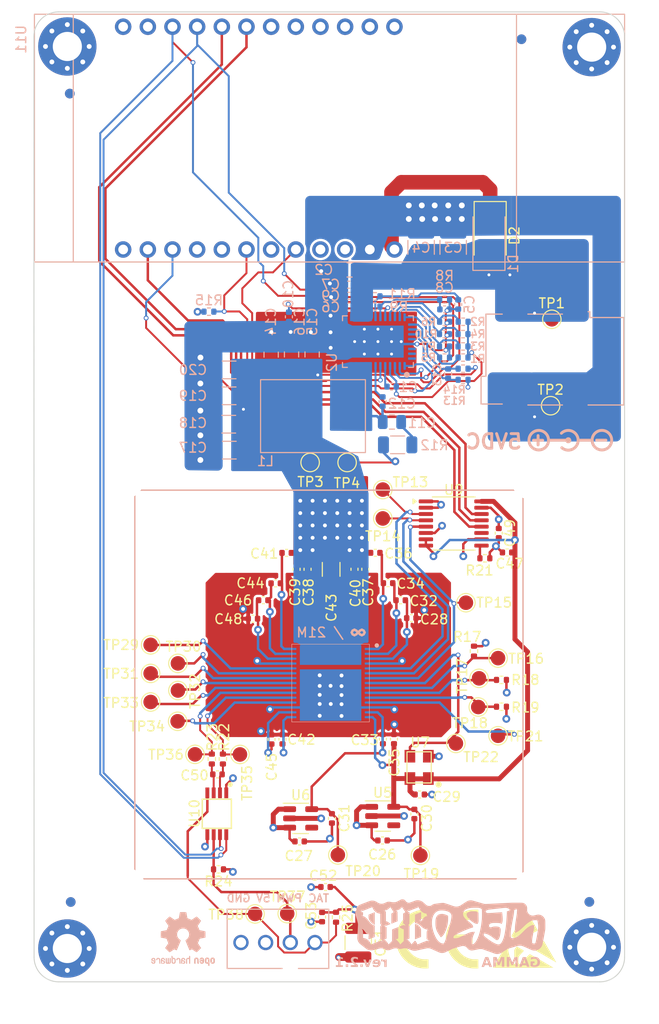
<source format=kicad_pcb>
(kicad_pcb (version 20240108) (generator "pcbnew") (generator_version "8.0")
  (layers (0 "F.Cu" signal) (1 "In1.Cu" signal) (2 "In2.Cu" signal) (31 "B.Cu" signal) (34 "B.Paste" user) (35 "F.Paste" user) (36 "B.SilkS" user "B.Silkscreen") (37 "F.SilkS" user "F.Silkscreen") (38 "B.Mask" user) (39 "F.Mask" user) (44 "Edge.Cuts" user))
  (net 0 "")
  (net 1 "GND")
  (net 2 "/VDD")
  (net 3 "/5V")
  (net 4 "/3V3")
  (net 5 "/TX")
  (net 6 "/RX")
  (net 7 "/RST")
  (net 8 "/Fan/FAN_TACH")
  (net 9 "/SCL")
  (net 10 "/Fan/FAN_PWM")
  (net 11 "/Power/SW")
  (net 13 "Net-(U2-DRTN)")
  (net 14 "Net-(U2-BP1V5)")
  (net 15 "Net-(U2-AVIN)")
  (net 16 "Net-(U2-EN{slash}UVLO)")
  (net 19 "Net-(U2-VDD5)")
  (net 20 "/Power/PGOOD")
  (net 23 "/SDA")
  (net 24 "Net-(U2-BOOT)")
  (net 25 "Net-(U2-VOSNS)")
  (net 26 "Net-(U2-GOSNS)")
  (net 27 "Net-(U8-VDDIO_12_1)")
  (net 28 "Net-(U8-VDDIO_08_1)")
  (net 34 "Net-(U2-MSEL1)")
  (net 35 "Net-(U2-MSEL2)")
  (net 36 "Net-(U2-ADRSEL)")
  (net 37 "Net-(U2-VSEL)")
  (net 38 "Net-(U8-ROSC_SEL)")
  (net 39 "Net-(U8-LITE_PAD)")
  (net 40 "Net-(U9-OE)")
  (net 41 "Net-(U8-INV_CLKO)")
  (net 46 "/Fan/TEMP_N")
  (net 47 "/Fan/TEMP_P")
  (net 49 "/Power/AGND")
  (net 50 "/Power/PMB_ALRT")
  (net 52 "Net-(C11-Pad1)")
  (net 53 "/Fan/TEMP_DP")
  (net 54 "/Fan/TEMP_DN")
  (net 55 "/BM1370/VDD3_0")
  (net 56 "/BM1370/1V2")
  (net 57 "/BM1370/0V8")
  (net 58 "/BM1370/VDD2_0")
  (net 59 "/BM1370/VDD1_0")
  (net 60 "/BM1370/VDD1_1")
  (net 61 "/BM1370/VDD2_1")
  (net 62 "/BM1370/VDD3_1")
  (net 63 "/BM1370/BI")
  (net 64 "/BM1370/RST_N")
  (net 65 "/BM1370/CI")
  (net 66 "/BM1370/RO")
  (net 67 "/BM1370/CLKI")
  (net 68 "/BM1370/NRSTO")
  (net 69 "/BM1370/CO")
  (net 70 "/BM1370/RI")
  (net 71 "/BM1370/CLKO")
  (net 72 "/BM1370/BO")
  (net 73 "/BM1370/PIN_MODE")
  (net 74 "Net-(D2-K)")
  (footprint "TestPoint:TestPoint_Pad_D1.5mm" (layer "F.Cu") (at 128.397 79.121)
    (property "Reference" "TP1")
    (property "Value" "TestPoint")
  )
  (footprint "Resistor_SMD:R_0402_1005Metric" (layer "F.Cu") (at 121.5 103.71 180)
    (property "Reference" "R21")
    (property "Value" "0")
  )
  (footprint "Capacitor_SMD:C_1210_3225Metric" (layer "F.Cu") (at 108.458 143.256 -90)
    (property "Reference" "C51")
    (property "Value" "47uF")
  )
  (footprint "TestPoint:TestPoint_Pad_D1.5mm" (layer "F.Cu") (at 114.86 134.28)
    (property "Reference" "TP19")
    (property "Value" "TestPoint")
  )
  (footprint "Fiducial:Fiducial_1mm_Mask2mm" (layer "F.Cu") (at 125.2728 50.292)
    (property "Reference" "FID2" (hide yes))
    (property "Value" "Fiducial")
  )
  (footprint "Fiducial:Fiducial_1mm_Mask2mm" (layer "F.Cu") (at 132.2578 139.065)
    (property "Reference" "FID4" (hide yes))
    (property "Value" "Fiducial")
  )
  (footprint "Fiducial:Fiducial_1mm_Mask2mm" (layer "F.Cu") (at 78.8416 139.065)
    (property "Reference" "FID3" (hide yes))
    (property "Value" "Fiducial")
  )
  (footprint "Capacitor_SMD:C_0402_1005Metric" (layer "F.Cu") (at 101.09 103.154 180)
    (property "Reference" "C41")
    (property "Value" "1uF")
  )
  (footprint "TestPoint:TestPoint_Pad_D1.5mm" (layer "F.Cu") (at 122.86 121.97)
    (property "Reference" "TP21")
    (property "Value" "TestPoint")
  )
  (footprint "TestPoint:TestPoint_Pad_D1.5mm" (layer "F.Cu") (at 120.82 119.01)
    (property "Reference" "TP18")
    (property "Value" "TestPoint")
  )
  (footprint "Capacitor_SMD:C_0402_1005Metric" (layer "F.Cu") (at 100.655438 122.33 90)
    (property "Reference" "C42")
    (property "Value" "1uF")
  )
  (footprint "Capacitor_SMD:C_0402_1005Metric" (layer "F.Cu") (at 108.0724 104.84 -90)
    (property "Reference" "C40")
    (property "Value" "1uF")
  )
  (footprint "Resistor_SMD:R_0402_1005Metric" (layer "F.Cu") (at 94.52 124.36 -90)
    (property "Reference" "R23")
    (property "Value" "100" (hide yes))
  )
  (footprint "Capacitor_SMD:C_0402_1005Metric" (layer "F.Cu") (at 98.681 108.024 180)
    (property "Reference" "C46")
    (property "Value" "1uF")
  )
  (footprint "MountingHole:MountingHole_3.5mm" (layer "F.Cu") (at 84.71 94.869)
    (property "Reference" "H6" (hide yes))
    (property "Value" "MountingHole")
  )
  (footprint "Capacitor_SMD:C_0402_1005Metric" (layer "F.Cu") (at 102.11 104.84 -90)
    (property "Reference" "C39")
    (property "Value" "1uF")
  )
  (footprint "Package_TO_SOT_SMD:SOT-23-5" (layer "F.Cu") (at 102.53 130.47)
    (property "Reference" "U6")
    (property "Value" "MCP1824T-0802E")
  )
  (footprint "TestPoint:TestPoint_Pad_D1.5mm" (layer "F.Cu") (at 110.99 96.64)
    (property "Reference" "TP13")
    (property "Value" "TestPoint")
  )
  (footprint "TestPoint:TestPoint_Pad_D1.5mm" (layer "F.Cu") (at 101.144 140.268)
    (property "Reference" "TP37")
    (property "Value" "TestPoint")
  )
  (footprint "TestPoint:TestPoint_Pad_D1.5mm" (layer "F.Cu") (at 96.28 123.89)
    (property "Reference" "TP35")
    (property "Value" "TestPoint" (hide yes))
  )
  (footprint "TestPoint:TestPoint_Pad_D1.5mm" (layer "F.Cu") (at 97.834 140.298)
    (property "Reference" "TP38")
    (property "Value" "TestPoint")
  )
  (footprint "TestPoint:TestPoint_Pad_D1.5mm" (layer "F.Cu") (at 87.08 118.492)
    (property "Reference" "TP33")
    (property "Value" "TestPoint")
  )
  (footprint "TestPoint:TestPoint_Pad_D1.5mm" (layer "F.Cu") (at 103.505 93.853)
    (property "Reference" "TP3")
    (property "Value" "TestPoint")
  )
  (footprint "MountingHole:MountingHole_3.5mm" (layer "F.Cu") (at 126.06 136.36)
    (property "Reference" "H5" (hide yes))
    (property "Value" "MountingHole")
  )
  (footprint "TestPoint:TestPoint_Pad_D1.5mm" (layer "F.Cu") (at 128.27 88.011)
    (property "Reference" "TP2")
    (property "Value" "TestPoint")
  )
  (footprint "Capacitor_SMD:C_0402_1005Metric" (layer "F.Cu") (at 99.525438 122.34 90)
    (property "Reference" "C45")
    (property "Value" "1uF")
  )
  (footprint "Capacitor_SMD:C_0402_1005Metric" (layer "F.Cu") (at 112.14 122.31 90)
    (property "Reference" "C35")
    (property "Value" "1uF")
  )
  (footprint "bitaxe:SMD3225-4P" (layer "F.Cu") (at 114.73 125.22 90)
    (property "Reference" "U7")
    (property "Value" "25MHz")
  )
  (footprint "Capacitor_SMD:C_0402_1005Metric" (layer "F.Cu") (at 102.42 132.84)
    (property "Reference" "C27")
    (property "Value" "1uF")
  )
  (footprint "MountingHole:MountingHole_3mm_Pad_Via" (layer "F.Cu") (at 132.5 51.12099)
    (property "Reference" "H1")
    (property "Value" "MountingHole_Pad")
  )
  (footprint "TestPoint:TestPoint_Pad_D1.5mm" (layer "F.Cu") (at 107.315 93.853)
    (property "Reference" "TP4")
    (property "Value" "TestPoint")
  )
  (footprint "Capacitor_SMD:C_0402_1005Metric" (layer "F.Cu") (at 114.79 128.01 180)
    (property "Reference" "C29")
    (property "Value" "0.1uF")
  )
  (footprint "Fiducial:Fiducial_1mm_Mask2mm" (layer "F.Cu") (at 78.74 55.9054)
    (property "Reference" "FID1" (hide yes))
    (property "Value" "Fiducial")
  )
  (footprint "TestPoint:TestPoint_Pad_D1.5mm" (layer "F.Cu") (at 110.99 99.61)
    (property "Reference" "TP14")
    (property "Value" "TestPoint")
  )
  (footprint "Resistor_SMD:R_0402_1005Metric" (layer "F.Cu") (at 123.21 118.98 180)
    (property "Reference" "R19")
    (property "Value" "1k")
  )
  (footprint "TestPoint:TestPoint_Pad_D1.5mm" (layer "F.Cu") (at 91.65 123.88)
    (property "Reference" "TP36")
    (property "Value" "TestPoint" (hide yes))
  )
  (footprint "Capacitor_SMD:C_1206_3216Metric" (layer "F.Cu") (at 105.67 104.85 -90)
    (property "Reference" "C43")
    (property "Value" "100uF")
  )
  (footprint "TestPoint:TestPoint_Pad_D1.5mm" (layer "F.Cu") (at 119.55 108.28)
    (property "Reference" "TP15")
    (property "Value" "TestPoint")
  )
  (footprint "TestPoint:TestPoint_Pad_D1.5mm" (layer "F.Cu") (at 118.52 122.76)
    (property "Reference" "TP22")
    (property "Value" "TestPoint")
  )
  (footprint "Resistor_SMD:R_0402_1005Metric" (layer "F.Cu") (at 106.174 140.638 90)
    (property "Reference" "R25")
    (property "Value" "10k")
  )
  (footprint "Package_SO:TSSOP-8_3x3mm_P0.65mm" (layer "F.Cu") (at 93.895 129.99 -90)
    (property "Reference" "U10")
    (property "Value" "EMC2101")
  )
  (footprint "TestPoint:TestPoint_Pad_D1.5mm" (layer "F.Cu") (at 87.08 112.616)
    (property "Reference" "TP29")
    (property "Value" "TestPoint")
  )
  (footprint "Package_TO_SOT_SMD:SOT-23-5" (layer "F.Cu") (at 110.981 130.229)
    (property "Reference" "U5")
    (property "Value" "MCP1824T-1202E/OT")
  )
  (footprint "MountingHole:MountingHole_3mm_Pad_Via" (layer "F.Cu") (at 132.5 143.728)
    (property "Reference" "H3")
    (property "Value" "MountingHole_Pad")
  )
  (footprint "Capacitor_SMD:C_0402_1005Metric" (layer "F.Cu") (at 122.93 101.12 -90)
    (property "Reference" "C49")
    (property "Value" "0.1uF")
  )
  (footprint "Capacitor_SMD:C_0402_1005Metric" (layer "F.Cu") (at 103.24 104.84 -90)
    (property "Reference" "C38")
    (property "Value" "0.1uF")
  )
  (footprint "Resistor_SMD:R_0402_1005Metric" (layer "F.Cu") (at 120.38 113.26 -90)
    (property "Reference" "R17")
    (property "Value" "10k")
  )
  (footprint "TestPoint:TestPoint_Pad_D1.5mm" (layer "F.Cu") (at 122.86 113.98)
    (property "Reference" "TP16")
    (property "Value" "TestPoint")
  )
  (footprint "TestPoint:TestPoint_Pad_D1.5mm" (layer "F.Cu") (at 89.86 120.48)
    (property "Reference" "TP34")
    (property "Value" "TestPoint")
  )
  (footprint "MountingHole:MountingHole_3mm_Pad_Via" (layer "F.Cu") (at 78.5 143.855)
    (property "Reference" "H4")
    (property "Value" "MountingHole_Pad")
  )
  (footprint "Capacitor_SMD:C_0402_1005Metric" (layer "F.Cu") (at 104.734 140.618 -90)
    (property "Reference" "C53")
    (property "Value" "0.1uF")
  )
  (footprint "MountingHole:MountingHole_3.5mm" (layer "F.Cu") (at 84.71 136.36)
    (property "Reference" "H8" (hide yes))
    (property "Value" "MountingHole")
  )
  (footprint "Capacitor_SMD:C_0402_1005Metric" (layer "F.Cu") (at 97.61 109.925 180)
    (property "Reference" "C48")
    (property "Value" "1uF")
  )
  (footprint "Capacitor_SMD:C_0402_1005Metric" (layer "F.Cu") (at 113.93 109.86 180)
    (property "Reference" "C28")
    (property "Value" "1uF")
  )
  (footprint "Package_SO:TSSOP-16_4.4x5mm_P0.65mm" (layer "F.Cu") (at 118.29 100.13)
    (property "Reference" "U9")
    (property "Value" "SN74AVC4T774")
  )
  (footprint "Resistor_SMD:R_0402_1005Metric" (layer "F.Cu") (at 94.07 135.71)
    (property "Reference" "R24")
    (property "Value" "5.6k")
  )
  (footprint "Capacitor_SMD:C_0402_1005Metric" (layer "F.Cu") (at 111.53 106.266 180)
    (property "Reference" "C34")
    (property "Value" "1uF")
  )
  (footprint "Resistor_SMD:R_0402_1005Metric" (layer "F.Cu") (at 93.38 124.36 90)
    (property "Reference" "R22")
    (property "Value" "100" (hide yes))
  )
  (footprint "Capacitor_SMD:C_0402_1005Metric" (layer "F.Cu") (at 110.961 132.739)
    (property "Reference" "C26")
    (property "Value" "1uF")
  )
  (footprint "Capacitor_SMD:C_0402_1005Metric" (layer "F.Cu") (at 123.79 103.11 180)
    (property "Reference" "C47")
    (property "Value" "0.1uF")
  )
  (footprint "Capacitor_SMD:C_0402_1005Metric" (layer "F.Cu") (at 111 122.31 90)
    (property "Reference" "C33")
    (property "Value" "1uF")
  )
  (footprint "MountingHole:MountingHole_3mm_Pad_Via" (layer "F.Cu") (at 78.5 51.054)
    (property "Reference" "H2" (hide yes))
    (property "Value" "MountingHole_Pad")
  )
  (footprint "Capacitor_SMD:C_0402_1005Metric" (layer "F.Cu") (at 109.19 104.84 -90)
    (property "Reference" "C37")
    (property "Value" "0.1uF")
  )
  (footprint "Resistor_SMD:R_0402_1005Metric" (layer "F.Cu") (at 123.21 116.22 180)
    (property "Reference" "R18")
    (property "Value" "1k")
  )
  (footprint "Capacitor_SMD:C_0402_1005Metric" (layer "F.Cu") (at 110.215 103.146 180)
    (property "Reference" "C36")
    (property "Value" "1uF")
  )
  (footprint "TestPoint:TestPoint_Pad_D1.5mm" (layer "F.Cu") (at 106.36 134.23 180)
    (property "Reference" "TP20")
    (property "Value" "TestPoint")
  )
  (footprint "MountingHole:MountingHole_3.5mm" (layer "F.Cu") (at 126.06 94.869)
    (property "Reference" "H7" (hide yes))
    (property "Value" "MountingHole")
  )
  (footprint "TestPoint:TestPoint_Pad_D1.5mm" (layer "F.Cu") (at 120.9 116.06)
    (property "Reference" "TP17")
    (property "Value" "TestPoint")
  )
  (footprint "TestPoint:TestPoint_Pad_D1.5mm" (layer "F.Cu") (at 89.89 114.52)
    (property "Reference" "TP30")
    (property "Value" "TestPoint")
  )
  (footprint "Capacitor_SMD:C_0402_1005Metric" (layer "F.Cu") (at 93.96 125.94 180)
    (property "Reference" "C50")
    (property "Value" "470pF" (hide yes))
  )
  (footprint "Capacitor_SMD:C_0402_1005Metric" (layer "F.Cu") (at 112.83 108.026 180)
    (property "Reference" "C32")
    (property "Value" "1uF")
  )
  (footprint "Symbol:CE-Logo_8.5x6mm_SilkScreen" (layer "F.Cu") (at 116.586 142.875)
    (property "Reference" "REF**" (hide yes))
    (property "Value" "CE-Logo_8.5x6mm_SilkScreen" (hide yes))
  )
  (footprint "Capacitor_SMD:C_0402_1005Metric" (layer "F.Cu") (at 105.094 137.528 180)
    (property "Reference" "C52")
    (property "Value" "0.1uF")
  )
  (footprint "TestPoint:TestPoint_Pad_D1.5mm" (layer "F.Cu") (at 87.08 115.554)
    (property "Reference" "TP31")
    (property "Value" "TestPoint")
  )
  (footprint "Symbol:ESD-Logo_6.6x6mm_SilkScreen" (layer "F.Cu") (at 125.603 142.875)
    (property "Reference" "REF**" (hide yes))
    (property "Value" "ESD-Logo_6.6x6mm_SilkScreen" (hide yes))
  )
  (footprint "TestPoint:TestPoint_Pad_D1.5mm" (layer "F.Cu") (at 89.89 117.31)
    (property "Reference" "TP32")
    (property "Value" "TestPoint")
  )
  (footprint "Capacitor_SMD:C_0402_1005Metric" (layer "F.Cu") (at 114.24 130.02 -90)
    (property "Reference" "C30")
    (property "Value" "1uF")
  )
  (footprint "Capacitor_SMD:C_0402_1005Metric" (layer "F.Cu") (at 99.961 106.284 180)
    (property "Reference" "C44")
    (property "Value" "1uF")
  )
  (footprint "Diode_SMD:D_SMA" (layer "F.Cu") (at 122.047 70.517 -90)
    (property "Reference" "D2")
    (property "Value" "US1D")
  )
  (footprint "Capacitor_SMD:C_0402_1005Metric" (layer "F.Cu") (at 105.75 130.47 -90)
    (property "Reference" "C31")
    (property "Value" "1uF")
  )
  (footprint "Capacitor_SMD:C_1206_3216Metric" (layer "B.Cu") (at 95.16 84.328 180)
    (property "Reference" "C20")
    (property "Value" "100uF")
  )
  (footprint "Capacitor_SMD:C_0805_2012Metric" (layer "B.Cu") (at 103.71 82.737 90)
    (property "Reference" "C15")
    (property "Value" "22uF")
  )
  (footprint "bitaxe:470531000" (layer "B.Cu") (at 96.3824 143.240851)
    (property "Reference" "J6" (hide yes))
    (property "Value" "Conn_01x04")
  )
  (footprint "Capacitor_SMD:C_0402_1005Metric" (layer "B.Cu") (at 107.5 76.708 180)
    (property "Reference" "C9")
    (property "Value" "2200pF")
  )
  (footprint "bitaxe:NetTie-0.25mm" (layer "B.Cu") (at 113.245 81.677 180)
    (property "Reference" "T1" (hide yes))
    (property "Value" "net-tie" (hide yes))
  )
  (footprint "bitaxe:T-Display-S3" (layer "B.Cu") (at 105.5 60.482 -90)
    (property "Reference" "U11")
    (property "Value" "T-Display-S3")
  )
  (footprint "Resistor_SMD:R_1206_3216Metric" (layer "B.Cu") (at 112.52 92.037)
    (property "Reference" "R12")
    (property "Value" "1")
  )
  (footprint "Capacitor_SMD:C_0402_1005Metric" (layer "B.Cu") (at 117.718 84.709 -90)
    (property "Reference" "C13")
    (property "Value" "100pF")
  )
  (footprint "Capacitor_SMD:C_0805_2012Metric" (layer "B.Cu") (at 99.49 82.757 90)
    (property "Reference" "C14")
    (property "Value" "22uF")
  )
  (footprint "Resistor_SMD:R_0402_1005Metric" (layer "B.Cu") (at 119.253 83.058 180)
    (property "Reference" "R1")
    (property "Value" "8.25k")
  )
  (footprint "Resistor_SMD:R_0402_1005Metric" (layer "B.Cu") (at 117.356 77.089)
    (property "Reference" "R8")
    (property "Value" "3.74k")
  )
  (footprint "Resistor_SMD:R_0402_1005Metric" (layer "B.Cu") (at 110.19 76.757)
    (property "Reference" "R11")
    (property "Value" "10")
  )
  (footprint "Capacitor_SMD:C_1206_3216Metric" (layer "B.Cu") (at 95.123 89.916 180)
    (property "Reference" "C18")
    (property "Value" "100uF")
  )
  (footprint "Diode_SMD:D_SMA" (layer "B.Cu") (at 121.92 70.58 90)
    (property "Reference" "D1")
    (property "Value" "SMAJ5.0A")
  )
  (footprint "bitaxe:nerdAxeLogo7" (layer "B.Cu") (at 117.729 141.597771 180)
    (property "Reference" "G***" (hide yes))
    (property "Value" "LOGO" (hide yes))
  )
  (footprint "Fiducial:Fiducial_1mm_Mask2mm" (layer "B.Cu") (at 132.26 139.06 180)
    (property "Reference" "FID7" (hide yes))
    (property "Value" "Fiducial")
  )
  (footprint "Capacitor_SMD:C_0805_2012Metric" (layer "B.Cu") (at 101.59 82.737 90)
    (property "Reference" "C16")
    (property "Value" "22uF")
  )
  (footprint "Capacitor_SMD:C_0402_1005Metric" (layer "B.Cu") (at 101.32 78.867 -90)
    (property "Reference" "C10")
    (property "Value" "4.7uF")
  )
  (footprint "Resistor_SMD:R_0402_1005Metric" (layer "B.Cu") (at 119.261 79.375 180)
    (property "Reference" "R2")
    (property "Value" "~")
  )
  (footprint "Capacitor_SMD:C_1210_3225Metric" (layer "B.Cu") (at 114.935 71.723 90)
    (property "Reference" "C4")
    (property "Value" "47uF")
  )
  (footprint "Capacitor_SMD:C_0402_1005Metric" (layer "B.Cu") (at 107.5 77.827 180)
    (property "Reference" "C6")
    (property "Value" "4700pF")
  )
  (footprint "Resistor_SMD:R_0402_1005Metric" (layer "B.Cu") (at 117.338 81.915)
    (property "Reference" "R7")
    (property "Value" "~")
  )
  (footprint "Capacitor_SMD:C_0402_1005Metric" (layer "B.Cu") (at 110.97 87.587 -90)
    (property "Reference" "C12")
    (property "Value" "0.1uF")
  )
  (footprint "Symbol:OSHW-Logo2_7.3x6mm_SilkScreen" (layer "B.Cu") (at 90.424 142.875 180)
    (property "Reference" "REF**" (hide yes))
    (property "Value" "OSHW-Logo2_7.3x6mm_SilkScreen" (hide yes))
  )
  (footprint "Capacitor_SMD:C_0402_1005Metric" (layer "B.Cu") (at 117.348 78.105)
    (property "Reference" "C8")
    (property "Value" "0.1uF")
  )
  (footprint "Resistor_SMD:R_0402_1005Metric" (layer "B.Cu") (at 117.348 83.058 180)
    (property "Reference" "R5")
    (property "Value" "14.7k")
  )
  (footprint "Resistor_SMD:R_0402_1005Metric" (layer "B.Cu") (at 117.348 79.375)
    (property "Reference" "R6")
    (property "Value" "0")
  )
  (footprint "bitaxe:BM1370" (layer "B.Cu") (at 105.610562 116.546 180)
    (property "Reference" "U8" (hide yes))
    (property "Value" "BM1370_mode1")
  )
  (footprint "Resistor_SMD:R_0402_1005Metric" (layer "B.Cu") (at 110.18 77.817)
    (property "Reference" "R9")
    (property "Value" "11.8k")
  )
  (footprint "Capacitor_SMD:C_1206_3216Metric" (layer "B.Cu") (at 95.16 86.995 180)
    (property "Reference" "C19")
    (property "Value" "100uF")
  )
  (footprint "Resistor_SMD:R_0402_1005Metric" (layer "B.Cu") (at 119.248 80.645 180)
    (property "Reference" "R4")
    (property "Value" "~")
  )
  (footprint "Capacitor_SMD:C_0402_1005Metric" (layer "B.Cu") (at 107.48 75.565 180)
    (property "Reference" "C7")
    (property "Value" "1uF")
  )
  (footprint "Fiducial:Fiducial_1mm_Mask2mm" (layer "B.Cu") (at 78.85 139.07 180)
    (property "Reference" "FID8" (hide yes))
    (property "Value" "Fiducial")
  )
  (footprint "Resistor_SMD:R_0402_1005Metric" (layer "B.Cu") (at 119.258 85.344)
    (property "Reference" "R13")
    (property "Value" "49.9")
  )
  (footprint "Capacitor_SMD:C_0402_1005Metric" (layer "B.Cu") (at 118.753 77.597 90)
    (property "Reference" "C5")
    (property "Value" "1uF")
  )
  (footprint "bitaxe:TENSILITY_54-00164" (layer "B.Cu") (at 128.56 83.439 -90)
    (property "Reference" "J1" (hide yes))
    (property "Value" "54-00164")
  )
  (footprint "bitaxe:SLC1175-271MEC_COC" (layer "B.Cu") (at 103.8 89.082 180)
    (property "Reference" "L1")
    (property "Value" "300nH")
  )
  (footprint "Capacitor_SMD:C_1206_3216Metric" (layer "B.Cu") (at 95.18 92.583 180)
    (property "Reference" "C17")
    (property "Value" "100uF")
  )
  (footprint "Capacitor_SMD:C_0402_1005Metric" (layer "B.Cu") (at 111.9 86.047)
    (property "Reference" "C1")
    (property "Value" "1uF")
  )
  (footprint "bitaxe:polarity" (layer "B.Cu") (at 130.086918 91.558416 180)
    (property "Reference" "U1" (hide yes))
    (property "Value" "~")
  )
  (footprint "Resistor_SMD:R_0402_1005Metric" (layer "B.Cu") (at 93.08 78.337 180)
    (property "Reference" "R15")
    (property "Value" "10k")
  )
  (footprint "bitaxe:LQFN40-CLIP" (layer "B.Cu") (at 110.49 81.417 90)
    (property "Reference" "U2")
    (property "Value" "TPS546D24ARVFR")
  )
  (footprint "Capacitor_SMD:C_1210_3225Metric" (layer "B.Cu") (at 118.237 71.723 90)
    (property "Reference" "C3")
    (property "Value" "47uF")
  )
  (footprint "Resistor_SMD:R_0402_1005Metric" (layer "B.Cu") (at 119.248 81.915 180)
    (property "Reference" "R3")
    (property "Value" "~")
  )
  (footprint "Fiducial:Fiducial_1mm_Mask2mm" (layer "B.Cu") (at 125.27 50.31 180)
    (property "Reference" "FID5" (hide yes))
    (property "Value" "Fiducial")
  )
  (footprint "Resistor_SMD:R_0402_1005Metric" (layer "B.Cu") (at 117.338 80.645)
    (property "Reference" "R10")
    (property "Value" "68.1k")
  )
  (footprint "Capacitor_SMD:C_0805_2012Metric" (layer "B.Cu") (at 111.93 89.687 180)
    (property "Reference" "C11")
    (property "Value" "1000pF")
  )
  (footprint "Fiducial:Fiducial_1mm_Mask2mm" (layer "B.Cu") (at 78.75 55.9 180)
    (property "Reference" "FID6" (hide yes))
    (property "Value" "Fiducial")
  )
  (footprint "Resistor_SMD:R_0402_1005Metric" (layer "B.Cu") (at 119.258 84.201 180)
    (property "Reference" "R14")
    (property "Value" "49.9")
  )
  (footprint "Capacitor_SMD:C_0805_2012Metric" (layer "B.Cu") (at 107.569 74.041 180)
    (property "Reference" "C2")
    (property "Value" "10uF")
  )
  (gr_rect (start 85.45 96.7) (end 125.43 136.69) (stroke (width 0.15)) (fill none) (layer "B.SilkS"))
  (gr_line (start 77.597 47.498) (end 133.35 47.498) (stroke (width 0.1)) (layer "Edge.Cuts"))
  (gr_arc (start 135.89 144.744) (mid 135.146051 146.540051) (end 133.35 147.284) (stroke (width 0.1)) (layer "Edge.Cuts"))
  (gr_arc (start 133.35 47.498) (mid 135.154516 48.250454) (end 135.889887 50.061999) (stroke (width 0.1)) (layer "Edge.Cuts"))
  (gr_arc (start 75.057 50.038) (mid 75.800949 48.241949) (end 77.597 47.498) (stroke (width 0.1)) (layer "Edge.Cuts"))
  (gr_line (start 133.35 147.284) (end 77.615051 147.284) (stroke (width 0.1)) (layer "Edge.Cuts"))
  (gr_line (start 135.89 50.062) (end 135.89 144.744) (stroke (width 0.1)) (layer "Edge.Cuts"))
  (gr_arc (start 77.615051 147.284) (mid 75.819 146.540051) (end 75.075051 144.744) (stroke (width 0.1)) (layer "Edge.Cuts"))
  (gr_line (start 75.075051 144.744) (end 75.057 50.038) (stroke (width 0.1)) (layer "Edge.Cuts"))
  (gr_text "rev.2.1" (at 111.506 145.923 0) (layer "B.SilkS") (effects (font (size 1 1) (thickness 0.25) (bold yes)) (justify left bottom mirror)))
  (gr_text "GAMMA" (at 127.254 145.923 0) (layer "B.SilkS") (effects (font (size 1 1) (thickness 0.25) (bold yes)) (justify left bottom mirror)))
  (gr_text "/ 21M" (at 104.53 111.34 0) (layer "B.SilkS") (effects (font (size 1 1)) (justify mirror)))
  (gr_text "5V" (at 98.679 138.684 0) (layer "B.SilkS") (effects (font (size 0.8 0.8)) (justify mirror)))
  (gr_text "5VDC" (at 125.476 92.583 0) (layer "B.SilkS") (effects (font (size 1.5 1.5) (thickness 0.3) (bold yes)) (justify left bottom mirror)))
  (gr_text "PWM" (at 101.346 138.684 0) (layer "B.SilkS") (effects (font (size 0.8 0.8)) (justify mirror)))
  (gr_text "∞" (at 108.45 111.19 0) (layer "B.SilkS") (effects (font (size 2 2) (thickness 0.25)) (justify mirror)))
  (gr_text "TAC" (at 104.394 138.684 0) (layer "B.SilkS") (effects (font (size 0.8 0.8)) (justify mirror)))
  (gr_text "GND" (at 96.139 138.684 0) (layer "B.SilkS") (effects (font (size 0.8 0.8)) (justify mirror)))
  (segment (start 128.27 88.011) (end 127.127 89.154) (width 0.2) (layer "F.Cu") (net 1))
  (segment (start 127.127 89.154) (end 126.619 89.154) (width 0.2) (layer "F.Cu") (net 1))
  (segment (start 104.734 141.098) (end 103.614 141.098) (width 0.254) (layer "F.Cu") (net 1))
  (segment (start 123.31 103.11) (end 123.29 103.11) (width 0.254) (layer "F.Cu") (net 1))
  (segment (start 123.72 116.22) (end 123.72 117.5) (width 0.254) (layer "F.Cu") (net 1))
  (segment (start 115.69 124.08) (end 115.68 124.07) (width 0.508) (layer "F.Cu") (net 1))
  (segment (start 106.475 144.731) (end 106.426 144.78) (width 0.2) (layer "F.Cu") (net 1))
  (segment (start 121.23 112.75) (end 121.58 112.4) (width 0.254) (layer "F.Cu") (net 1))
  (segment (start 112.164 93.853) (end 112.28 93.737) (width 0.2) (layer "F.Cu") (net 1))
  (segment (start 101.3925 130.47) (end 104.64 130.47) (width 0.508) (layer "F.Cu") (net 1))
  (segment (start 116.05 128.01) (end 115.44 128.01) (width 0.254) (layer "F.Cu") (net 1))
  (segment (start 120.38 112.75) (end 121.23 112.75) (width 0.254) (layer "F.Cu") (net 1))
  (segment (start 116.685 98.505) (end 116.99 98.2) (width 0.254) (layer "F.Cu") (net 1))
  (segment (start 123.72 120.22) (end 123.71 120.23) (width 0.254) (layer "F.Cu") (net 1))
  (segment (start 122.01 103.71) (end 122.01 103.09) (width 0.254) (layer "F.Cu") (net 1))
  (segment (start 123.29 103.11) (end 122.64 102.46) (width 0.254) (layer "F.Cu") (net 1))
  (segment (start 115.4275 98.505) (end 116.685 98.505) (width 0.254) (layer "F.Cu") (net 1))
  (segment (start 111.441 132.739) (end 113.491 132.739) (width 0.254) (layer "F.Cu") (net 1))
  (segment (start 102.9 132.84) (end 105.25 132.84) (width 0.254) (layer "F.Cu") (net 1))
  (segment (start 109.8525 130.22) (end 109.8435 130.229) (width 0.508) (layer "F.Cu") (net 1))
  (segment (start 103.614 141.098) (end 103.604 141.088) (width 0.254) (layer "F.Cu") (net 1))
  (segment (start 115.4275 97.855) (end 116.645 97.855) (width 0.254) (layer "F.Cu") (net 1))
  (segment (start 115.4275 101.105) (end 116.345 101.105) (width 0.254) (layer "F.Cu") (net 1))
  (segment (start 92.92 133.13) (end 92.68 133.37) (width 0.254) (layer "F.Cu") (net 1))
  (segment (start 114.24 131.99) (end 113.58 132.65) (width 0.254) (layer "F.Cu") (net 1))
  (segment (start 123.72 118.98) (end 123.72 120.22) (width 0.254) (layer "F.Cu") (net 1))
  (segment (start 105.25 132.84) (end 105.54 132.55) (width 0.254) (layer "F.Cu") (net 1))
  (segment (start 114.24 130.5) (end 114.24 131.99) (width 0.254) (layer "F.Cu") (net 1))
  (segment (start 113.491 132.739) (end 113.58 132.65) (width 0.254) (layer "F.Cu") (net 1))
  (segment (start 115.4225 101.11) (end 115.4275 101.105) (width 0.254) (layer "F.Cu") (net 1))
  (segment (start 122.93 101.6) (end 122.93 102.17) (width 0.254) (layer "F.Cu") (net 1))
  (segment (start 107.315 93.853) (end 112.164 93.853) (width 0.2) (layer "F.Cu") (net 1))
  (segment (start 122.01 103.09) (end 122.64 102.46) (width 0.254) (layer "F.Cu") (net 1))
  (segment (start 105.75 132.34) (end 105.54 132.55) (width 0.254) (layer "F.Cu") (net 1))
  (segment (start 109.175 105.69) (end 109.06 105.69) (width 0.2) (layer "F.Cu") (net 1))
  (segment (start 119.28 103.505) (end 119.28 102.25) (width 0.254) (layer "F.Cu") (net 1))
  (segment (start 104.604 137.538) (end 104.614 137.528) (width 0.254) (layer "F.Cu") (net 1))
  (segment (start 119.28 102.25) (end 119.775 101.755) (width 0.254) (layer "F.Cu") (net 1))
  (segment (start 113.18 130.22) (end 109.8525 130.22) (width 0.508) (layer "F.Cu") (net 1))
  (segment (start 119.775 101.755) (end 121.1525 101.755) (width 0.254) (layer "F.Cu") (net 1))
  (segment (start 116.645 97.855) (end 116.99 98.2) (width 0.254) (layer "F.Cu") (net 1))
  (segment (start 92.92 132.14) (end 92.92 133.13) (width 0.254) (layer "F.Cu") (net 1))
  (segment (start 122.93 102.17) (end 122.64 102.46) (width 0.254) (layer "F.Cu") (net 1))
  (segment (start 105.75 130.95) (end 105.75 132.34) (width 0.254) (layer "F.Cu") (net 1))
  (segment (start 116.77 124.08) (end 115.69 124.08) (width 0.508) (layer "F.Cu") (net 1))
  (segment (start 108.458 144.731) (end 106.475 144.731) (width 0.8) (layer "F.Cu") (net 1))
  (segment (start 123.72 117.5) (end 123.75 117.53) (width 0.254) (layer "F.Cu") (net 1))
  (segment (start 103.604 137.538) (end 104.604 137.538) (width 0.254) (layer "F.Cu") (net 1))
  (segment (start 116.345 101.105) (end 117.09 100.36) (width 0.254) (layer "F.Cu") (net 1))
  (via (at 105.61 116.83) (size 0.8) (drill 0.4) (layers "F.Cu" "B.Cu") (net 1))
  (via (at 112.18 119.26) (size 0.8) (drill 0.4) (layers "F.Cu" "B.Cu") (net 1))
  (via (at 113.58 132.65) (size 0.8) (drill 0.4) (layers "F.Cu" "B.Cu") (net 1))
  (via (at 98.05 114.26) (size 0.8) (drill 0.4) (layers "F.Cu" "B.Cu") (net 1))
  (via (at 104.49 118.7) (size 0.8) (drill 0.4) (layers "F.Cu" "B.Cu") (net 1))
  (via (at 119.126 68.802) (size 1) (drill 0.6) (layers "F.Cu" "B.Cu") (net 1))
  (via (at 112.18 120.8) (size 0.8) (drill 0.4) (layers "F.Cu" "B.Cu") (net 1))
  (via (at 119.761 86.106) (size 0.5) (drill 0.3) (layers "F.Cu" "B.Cu") (net 1))
  (via (at 106.74 119.93) (size 0.8) (drill 0.4) (layers "F.Cu" "B.Cu") (net 1))
  (via (at 113.665 68.802) (size 1) (drill 0.6) (layers "F.Cu" "B.Cu") (net 1))
  (via (at 106.74 118.72) (size 0.8) (drill 0.4) (layers "F.Cu" "B.Cu") (net 1))
  (via (at 104.64 130.47) (size 0.8) (drill 0.4) (layers "F.Cu" "B.Cu") (net 1))
  (via (at 105.54 132.55) (size 0.8) (drill 0.4) (layers "F.Cu" "B.Cu") (net 1))
  (via (at 115.005332 67.405) (size 1) (drill 0.6) (layers "F.Cu" "B.Cu") (net 1))
  (via (at 116.77 124.08) (size 0.8) (drill 0.4) (layers "F.Cu" "B.Cu") (net 1))
  (via (at 106.74 117.78) (size 0.8) (drill 0.4) (layers "F.Cu" "B.Cu") (net 1))
  (via (at 104.49 117.76) (size 0.8) (drill 0.4) (layers "F.Cu" "B.Cu") (net 1))
  (via (at 105.63 118.7) (size 0.8) (drill 0.4) (layers "F.Cu" "B.Cu") (net 1))
  (via (at 92.202 88.519) (size 1) (drill 0.6) (layers "F.Cu" "B.Cu") (net 1))
  (via (at 115.26 109.04) (size 0.8) (drill 0.4) (layers "F.Cu" "B.Cu") (net 1))
  (via (at 123.75 117.53) (size 0.8) (drill 0.4) (layers "F.Cu" "B.Cu") (net 1))
  (via (at 92.202 93.599) (size 1) (drill 0.6) (layers "F.Cu" "B.Cu") (net 1))
  (via (at 106.74 116.86) (size 0.8) (drill 0.4) (layers "F.Cu" "B.Cu") (net 1))
  (via (at 105.62 82.057) (size 0.8) (drill 0.4) (layers "F.Cu" "B.Cu") (net 1))
  (via (at 103.604 137.538) (size 0.8) (drill 0.4) (layers "F.Cu" "B.Cu") (net 1))
  (via (at 116.05 128.01) (size 0.8) (drill 0.4) (layers "F.Cu" "B.Cu") (net 1))
  (via (at 92.202 91.059) (size 1) (drill 0.6) (layers "F.Cu" "B.Cu") (net 1))
  (via (at 104.49 119.91) (size 0.8) (drill 0.4) (layers "F.Cu" "B.Cu") (net 1))
  (via (at 117.729 68.802) (size 1) (drill 0.6) (layers "F.Cu" "B.Cu") (net 1))
  (via (at 112.98 114.27) (size 0.8) (drill 0.4) (layers "F.Cu" "B.Cu") (net 1))
  (via (at 105.537 75.438) (size 0.8) (drill 0.4) (layers "F.Cu" "B.Cu") (net 1))
  (via (at 112.28 93.737) (size 0.8) (drill 0.4) (layers "F.Cu" "B.Cu") (net 1))
  (via (at 117.09 100.36) (size 0.8) (drill 0.4) (layers "F.Cu" "B.Cu") (net 1))
  (via (at 117.729 67.405) (size 1) (drill 0.6) (layers "F.Cu" "B.Cu") (net 1))
  (via (at 121.58 112.4) (size 0.8) (drill 0.4) (layers "F.Cu" "B.Cu") (net 1))
  (via (at 92.21 83.058) (size 1) (drill 0.6) (layers "F.Cu" "B.Cu") (net 1))
  (via (at 113.665 67.405) (size 1) (drill 0.6) (layers "F.Cu" "B.Cu") (net 1))
  (via (at 122.64 102.46) (size 0.8) (drill 0.4) (layers "F.Cu" "B.Cu") (net 1))
  (via (at 103.604 141.088) (size 0.8) (drill 0.4) (layers "F.Cu" "B.Cu") (net 1))
  (via (at 113.18 130.22) (size 0.8) (drill 0.4) (layers "F.Cu" "B.Cu") (net 1))
  (via (at 119.28 103.505) (size 0.8) (drill 0.4) (layers "F.Cu" "B.Cu") (net 1))
  (via (at 99.37 119.24) (size 0.8) (drill 0.4) (layers "F.Cu" "B.Cu") (net 1))
  (via (at 116.372 68.805) (size 1) (drill 0.6) (layers "F.Cu" "B.Cu") (net 1))
  (via (at 119.126 67.405) (size 1) (drill 0.6) (layers "F.Cu" "B.Cu") (net 1))
  (via (at 123.71 120.23) (size 0.8) (drill 0.4) (layers "F.Cu" "B.Cu") (net 1))
  (via (at 96.6 108.92) (size 0.8) (drill 0.4) (layers "F.Cu" "B.Cu") (net 1))
  (via (at 104.49 115.746) (size 0.8) (drill 0.4) (layers "F.Cu" "B.Cu") (net 1))
  (via (at 105.664 76.835) (size 0.8) (drill 0.4) (layers "F.Cu" "B.Cu") (net 1))
  (via (at 103.58 80.447) (size 0.8) (drill 0.4) (layers "F.Cu" "B.Cu") (net 1))
  (via (at 105.61 80.457) (size 0.8) (drill 0.4) (layers "F.Cu" "B.Cu") (net 1))
  (via (at 104.648 74.168) (size 0.8) (drill 0.4) (layers "F.Cu" "B.Cu") (net 1))
  (via (at 98.44 121.49) (size 0.8) (drill 0.4) (layers "F.Cu" "B.Cu") (net 1))
  (via (at 92.68 133.37) (size 0.8) (drill 0.4) (layers "F.Cu" "B.Cu") (net 1))
  (via (at 126.619 89.154) (size 0.5) (drill 0.3) (layers "F.Cu" "B.Cu") (net 1))
  (via (at 106.426 144.78) (size 0.5) (drill 0.3) (layers "F.Cu" "B.Cu") (net 1))
  (via (at 104.49 116.84) (size 0.8) (drill 0.4) (layers "F.Cu" "B.Cu") (net 1))
  (via (at 99.51 80.427) (size 0.8) (drill 0.4) (layers "F.Cu" "B.Cu") (net 1))
  (via (at 115.045332 68.805) (size 1) (drill 0.6) (layers "F.Cu" "B.Cu") (net 1))
  (via (at 92.202 85.725) (size 1) (drill 0.6) (layers "F.Cu" "B.Cu") (net 1))
  (via (at 106.74 115.766) (size 0.8) (drill 0.4) (layers "F.Cu" "B.Cu") (net 1))
  (via (at 116.99 98.2) (size 0.8) (drill 0.4) (layers "F.Cu" "B.Cu") (net 1))
  (via (at 116.332 67.405) (size 1) (drill 0.6) (layers "F.Cu" "B.Cu") (net 1))
  (via (at 101.5 80.427) (size 0.8) (drill 0.4) (layers "F.Cu" "B.Cu") (net 1))
  (via (at 105.61 78.747) (size 0.8) (drill 0.4) (layers "F.Cu" "B.Cu") (net 1))
  (segment (start 112.712 114.538) (end 109.526562 114.538) (width 0.254) (layer "B.Cu") (net 1))
  (segment (start 100.051 114.541) (end 100.054 114.538) (width 0.254) (layer "B.Cu") (net 1))
  (segment (start 112.98 114.27) (end 112.712 114.538) (width 0.254) (layer "B.Cu") (net 1))
  (segment (start 119.768 86.099) (end 119.761 86.106) (width 0.2) (layer "B.Cu") (net 1))
  (segment (start 99.37 119.24) (end 99.554 119.056) (width 0.254) (layer "B.Cu") (net 1))
  (segment (start 100.054 114.538) (end 101.694562 114.538) (width 0.254) (layer "B.Cu") (net 1))
  (segment (start 119.768 85.344) (end 119.768 86.099) (width 0.2) (layer "B.Cu") (net 1))
  (segment (start 112.18 119.26) (end 111.976 119.056) (width 0.254) (layer "B.Cu") (net 1))
  (segment (start 112.28 93.737) (end 111.9575 93.737) (width 0.254) (layer "B.Cu") (net 1))
  (segment (start 98.331 114.541) (end 100.051 114.541) (width 0.254) (layer "B.Cu") (net 1))
  (segment (start 111.9575 93.737) (end 110.8875 92.667) (width 0.254) (layer "B.Cu") (net 1))
  (segment (start 111.976 119.056) (end 108.526562 119.056) (width 0.254) (layer "B.Cu") (net 1))
  (segment (start 98.05 114.26) (end 98.331 114.541) (width 0.254) (layer "B.Cu") (net 1))
  (segment (start 99.554 119.056) (end 102.683562 119.056) (width 0.254) (layer "B.Cu") (net 1))
  (segment (start 86.614 80.01) (end 86.614 78.994) (width 0.2) (layer "F.Cu") (net 2))
  (segment (start 103.505 93.853) (end 103.505 97.536) (width 0.2) (layer "F.Cu") (net 2))
  (segment (start 114.552927 85.8054) (end 114.980527 86.233) (width 0.2) (layer "F.Cu") (net 2))
  (segment (start 112.0084 85.8054) (end 114.552927 85.8054) (width 0.2) (layer "F.Cu") (net 2))
  (segment (start 93.599 84.582) (end 96.635 87.618) (width 0.2) (layer "F.Cu") (net 2))
  (segment (start 91.186 84.582) (end 86.614 80.01) (width 0.2) (layer "F.Cu") (net 2))
  (segment (start 115.824 86.233) (end 117.27 84.787) (width 0.2) (layer "F.Cu") (net 2))
  (segment (start 96.635 87.618) (end 96.635 88.38) (width 0.2) (layer "F.Cu") (net 2))
  (segment (start 117.27 84.787) (end 120.064 84.787) (width 0.2) (layer "F.Cu") (net 2))
  (segment (start 91.186 84.582) (end 93.599 84.582) (width 0.2) (layer "F.Cu") (net 2))
  (segment (start 120.523 84.328) (end 120.523 84.074) (width 0.2) (layer "F.Cu") (net 2))
  (segment (start 104.31 84.827) (end 111.03 84.827) (width 0.2) (layer "F.Cu") (net 2))
  (segment (start 114.980527 86.233) (end 115.824 86.233) (width 0.2) (layer "F.Cu") (net 2))
  (segment (start 111.03 84.827) (end 112.0084 85.8054) (width 0.2) (layer "F.Cu") (net 2))
  (segment (start 103.505 97.536) (end 103.759 97.79) (width 0.2) (layer "F.Cu") (net 2))
  (segment (start 104.29 84.847) (end 104.31 84.827) (width 0.2) (layer "F.Cu") (net 2))
  (segment (start 120.064 84.787) (end 120.523 84.328) (width 0.2) (layer "F.Cu") (net 2))
  (via (at 107.569 99.06) (size 0.8) (drill 0.4) (layers "F.Cu" "B.Cu") (net 2))
  (via (at 102.489 97.79) (size 0.8) (drill 0.4) (layers "F.Cu" "B.Cu") (net 2))
  (via (at 105.029 101.6) (size 0.8) (drill 0.4) (layers "F.Cu" "B.Cu") (net 2))
  (via (at 102.489 100.33) (size 0.8) (drill 0.4) (layers "F.Cu" "B.Cu") (net 2))
  (via (at 120.523 84.074) (size 0.5) (drill 0.3) (layers "F.Cu" "B.Cu") (net 2))
  (via (at 96.635 88.38) (size 0.5) (drill 0.3) (layers "F.Cu" "B.Cu") (net 2))
  (via (at 108.839 101.6) (size 0.8) (drill 0.4) (layers "F.Cu" "B.Cu") (net 2))
  (via (at 106.299 100.33) (size 0.8) (drill 0.4) (layers "F.Cu" "B.Cu") (net 2))
  (via (at 106.299 99.06) (size 0.8) (drill 0.4) (layers "F.Cu" "B.Cu") (net 2))
  (via (at 103.759 97.79) (size 0.8) (drill 0.4) (layers "F.Cu" "B.Cu") (net 2))
  (via (at 86.614 78.994) (size 0.5) (drill 0.3) (layers "F.Cu" "B.Cu") (net 2))
  (via (at 103.759 100.33) (size 0.8) (drill 0.4) (layers "F.Cu" "B.Cu") (net 2))
  (via (at 104.29 84.847) (size 0.5) (drill 0.3) (layers "F.Cu" "B.Cu") (net 2))
  (via (at 102.489 101.6) (size 0.8) (drill 0.4) (layers "F.Cu" "B.Cu") (net 2))
  (via (at 103.759 102.87) (size 0.8) (drill 0.4) (layers "F.Cu" "B.Cu") (net 2))
  (via (at 105.029 100.33) (size 0.8) (drill 0.4) (layers "F.Cu" "B.Cu") (net 2))
  (via (at 108.839 100.33) (size 0.8) (drill 0.4) (layers "F.Cu" "B.Cu") (net 2))
  (via (at 102.489 99.06) (size 0.8) (drill 0.4) (layers "F.Cu" "B.Cu") (net 2))
  (via (at 107.569 101.6) (size 0.8) (drill 0.4) (layers "F.Cu" "B.Cu") (net 2))
  (via (at 106.299 101.6) (size 0.8) (drill 0.4) (layers "F.Cu" "B.Cu") (net 2))
  (via (at 107.569 102.87) (size 0.8) (drill 0.4) (layers "F.Cu" "B.Cu") (net 2))
  (via (at 108.839 99.06) (size 0.8) (drill 0.4) (layers "F.Cu" "B.Cu") (net 2))
  (via (at 107.569 100.33) (size 0.8) (drill 0.4) (layers "F.Cu" "B.Cu") (net 2))
  (via (at 105.029 97.79) (size 0.8) (drill 0.4) (layers "F.Cu" "B.Cu") (net 2))
  (via (at 108.839 97.79) (size 0.8) (drill 0.4) (layers "F.Cu" "B.Cu") (net 2))
  (via (at 107.569 97.79) (size 0.8) (drill 0.4) (layers "F.Cu" "B.Cu") (net 2))
  (via (at 103.759 101.6) (size 0.8) (drill 0.4) (layers "F.Cu" "B.Cu") (net 2))
  (via (at 108.839 102.87) (size 0.8) (drill 0.4) (layers "F.Cu" "B.Cu") (net 2))
  (via (at 105.029 99.06) (size 0.8) (drill 0.4) (layers "F.Cu" "B.Cu") (net 2))
  (via (at 102.489 102.87) (size 0.8) (drill 0.4) (layers "F.Cu" "B.Cu") (net 2))
  (via (at 103.759 99.06) (size 0.8) (drill 0.4) (layers "F.Cu" "B.Cu") (net 2))
  (via (at 106.299 97.79) (size 0.8) (drill 0.4) (layers "F.Cu" "B.Cu") (net 2))
  (segment (start 119.768 84.201) (end 120.396 84.201) (width 0.2) (layer "B.Cu") (net 2))
  (segment (start 96.647 88.392) (end 96.635 88.38) (width 0.2) (layer "B.Cu") (net 2))
  (segment (start 99.825 89.082) (end 98.722 89.082) (width 0.2) (layer "B.Cu") (net 2))
  (segment (start 99.825 89.082) (end 97.432 89.082) (width 0.2) (layer "B.Cu") (net 2))
  (segment (start 102.690562 114.04) (end 102.694562 114.036) (width 0.254) (layer "B.Cu") (net 2))
  (segment (start 96.647 94.234) (end 96.655 94.226) (width 0.2) (layer "B.Cu") (net 2))
  (segment (start 98.722 89.082) (end 96.635 86.995) (width 0.2) (layer "B.Cu") (net 2))
  (segment (start 97.432 89.082) (end 96.598 89.916) (width 0.2) (layer "B.Cu") (net 2))
  (segment (start 120.396 84.201) (end 120.523 84.074) (width 0.2) (layer "B.Cu") (net 2))
  (segment (start 96.635 86.995) (end 96.635 88.38) (width 0.2) (layer "B.Cu") (net 2))
  (segment (start 86.614 78.994) (end 86.614 77.343) (width 0.2) (layer "B.Cu") (net 2))
  (segment (start 89.33 74.627) (end 89.33 71.942) (width 0.2) (layer "B.Cu") (net 2))
  (segment (start 86.614 77.343) (end 89.33 74.627) (width 0.2) (layer "B.Cu") (net 2))
  (segment (start 108.458 140.2174) (end 108.077 139.8364) (width 0.6) (layer "F.Cu") (net 3))
  (segment (start 99.71 130.06) (end 100.25 129.52) (width 0.508) (layer "F.Cu") (net 3))
  (segment (start 109.8435 132.4435) (end 109.8435 131.179) (width 0.254) (layer "F.Cu") (net 3))
  (segment (start 99.71 131.42) (end 99.71 130.06) (width 0.508) (layer "F.Cu") (net 3))
  (segment (start 106.4656 139.8364) (end 106.174 140.128) (width 0.254) (layer "F.Cu") (net 3))
  (segment (start 101.69 132.84) (end 101.3925 132.5425) (width 0.254) (layer "F.Cu") (net 3))
  (segment (start 99.71 131.42) (end 101.3925 131.42) (width 0.508) (layer "F.Cu") (net 3))
  (segment (start 108.458 141.781) (end 108.458 140.2174) (width 0.6) (layer "F.Cu") (net 3))
  (segment (start 104.734 140.138) (end 106.164 140.138) (width 0.254) (layer "F.Cu") (net 3))
  (segment (start 110.481 132.739) (end 110.139 132.739) (width 0.254) (layer "F.Cu") (net 3))
  (segment (start 106.164 140.138) (end 106.174 140.128) (width 0.254) (layer "F.Cu") (net 3))
  (segment (start 100.25 129.52) (end 101.3925 129.52) (width 0.508) (layer "F.Cu") (net 3))
  (segment (start 108.077 139.571) (end 106.034 137.528) (width 0.254) (layer "F.Cu") (net 3))
  (segment (start 127.254 79.121) (end 126.619 78.486) (width 0.2) (layer "F.Cu") (net 3))
  (segment (start 101.3925 132.5425) (end 101.3925 131.42) (width 0.254) (layer "F.Cu") (net 3))
  (segment (start 121.92 72.644) (end 122.047 72.517) (width 1.5) (layer "F.Cu") (net 3))
  (segment (start 108.29 131.179) (end 108.29 129.73) (width 0.508) (layer "F.Cu") (net 3))
  (segment (start 106.034 137.528) (end 105.574 137.528) (width 0.254) (layer "F.Cu") (net 3))
  (segment (start 101.94 132.84) (end 101.69 132.84) (width 0.254) (layer "F.Cu") (net 3))
  (segment (start 108.29 129.73) (end 108.741 129.279) (width 0.508) (layer "F.Cu") (net 3))
  (segment (start 128.397 79.121) (end 127.254 79.121) (width 0.2) (layer "F.Cu") (net 3))
  (segment (start 121.92 74.549) (end 121.92 72.644) (width 1.5) (layer "F.Cu") (net 3))
  (segment (start 110.139 132.739) (end 109.8435 132.4435) (width 0.254) (layer "F.Cu") (net 3))
  (segment (start 108.29 131.179) (end 109.8435 131.179) (width 0.508) (layer "F.Cu") (net 3))
  (segment (start 108.741 129.279) (end 109.8435 129.279) (width 0.508) (layer "F.Cu") (net 3))
  (segment (start 108.077 139.8364) (end 106.4656 139.8364) (width 0.254) (layer "F.Cu") (net 3))
  (segment (start 108.077 139.8364) (end 108.077 139.571) (width 0.254) (layer "F.Cu") (net 3))
  (via (at 126.619 78.486) (size 0.5) (drill 0.3) (layers "F.Cu" "B.Cu") (net 3))
  (via (at 121.92 74.549) (size 0.5) (drill 0.3) (layers "F.Cu" "B.Cu") (net 3))
  (via (at 124.079 74.549) (size 0.5) (drill 0.3) (layers "F.Cu" "B.Cu") (net 3))
  (via (at 108.29 131.179) (size 0.8) (drill 0.4) (layers "F.Cu" "B.Cu") (net 3))
  (via (at 99.71 131.42) (size 0.8) (drill 0.4) (layers "F.Cu" "B.Cu") (net 3))
  (via (at 108.077 139.8364) (size 0.8) (drill 0.4) (layers "F.Cu" "B.Cu") (net 3))
  (segment (start 124.079 74.549) (end 121.92 74.549) (width 1.5) (layer "B.Cu") (net 3))
  (segment (start 94.87 127.84) (end 94.87 127.02) (width 0.254) (layer "F.Cu") (net 4))
  (segment (start 122.095 98.505) (end 122.93 99.34) (width 0.254) (layer "F.Cu") (net 4))
  (segment (start 121.1525 98.505) (end 122.095 98.505) (width 0.254) (layer "F.Cu") (net 4))
  (segment (start 94.87 127.02) (end 95.56 126.33) (width 0.254) (layer "F.Cu") (net 4))
  (segment (start 95.55 135.97) (end 95.29 135.71) (width 0.254) (layer "F.Cu") (net 4))
  (segment (start 122.93 99.34) (end 122.93 99.7) (width 0.254) (layer "F.Cu") (net 4))
  (segment (start 122.93 100.64) (end 122.93 99.7) (width 0.254) (layer "F.Cu") (net 4))
  (segment (start 95.29 135.71) (end 94.58 135.71) (width 0.254) (layer "F.Cu") (net 4))
  (via (at 91.91 78.347) (size 0.8) (drill 0.4) (layers "F.Cu" "B.Cu") (net 4))
  (via (at 95.55 135.97) (size 0.8) (drill 0.4) (layers "F.Cu" "B.Cu") (net 4))
  (via (at 122.93 99.7) (size 0.8) (drill 0.4) (layers "F.Cu" "B.Cu") (net 4))
  (via (at 95.56 126.33) (size 0.8) (drill 0.4) (layers "F.Cu" "B.Cu") (net 4))
  (segment (start 91.92 78.337) (end 91.91 78.347) (width 0.254) (layer "B.Cu") (net 4))
  (segment (start 92.57 78.337) (end 91.92 78.337) (width 0.254) (layer "B.Cu") (net 4))
  (segment (start 95.885 84.328) (end 98.933 87.376) (width 0.254) (layer "F.Cu") (net 5))
  (segment (start 109.982 87.376) (end 111.252 88.646) (width 0.254) (layer "F.Cu") (net 5))
  (segment (start 82.423 65.659) (end 82.423 72.898) (width 0.254) (layer "F.Cu") (net 5))
  (segment (start 111.252 88.646) (end 115.189 88.646) (width 0.254) (layer "F.Cu") (net 5))
  (segment (start 119.998 99.805) (end 121.1525 99.805) (width 0.254) (layer "F.Cu") (net 5))
  (segment (start 118.872 98.679) (end 119.998 99.805) (width 0.254) (layer "F.Cu") (net 5))
  (segment (start 96.95 49.022) (end 96.95 51.132) (width 0.254) (layer "F.Cu") (net 5))
  (segment (start 96.95 51.132) (end 82.423 65.659) (width 0.254) (layer "F.Cu") (net 5))
  (segment (start 115.189 88.646) (end 118.872 92.329) (width 0.254) (layer "F.Cu") (net 5))
  (segment (start 98.933 87.376) (end 109.982 87.376) (width 0.254) (layer "F.Cu") (net 5))
  (segment (start 82.423 72.898) (end 89.662 80.137) (width 0.254) (layer "F.Cu") (net 5))
  (segment (start 95.885 81.788) (end 95.885 84.328) (width 0.254) (layer "F.Cu") (net 5))
  (segment (start 89.662 80.137) (end 94.234 80.137) (width 0.254) (layer "F.Cu") (net 5))
  (segment (start 118.872 92.329) (end 118.872 98.679) (width 0.254) (layer "F.Cu") (net 5))
  (segment (start 94.234 80.137) (end 95.885 81.788) (width 0.254) (layer "F.Cu") (net 5))
  (segment (start 95.377 82.296) (end 95.377 84.582) (width 0.254) (layer "F.Cu") (net 6))
  (segment (start 81.788 73.152) (end 89.408 80.772) (width 0.254) (layer "F.Cu") (net 6))
  (segment (start 110.998 89.154) (end 114.935 89.154) (width 0.254) (layer "F.Cu") (net 6))
  (segment (start 118.364 92.583) (end 118.364 98.933) (width 0.254) (layer "F.Cu") (net 6))
  (segment (start 89.408 80.772) (end 93.853 80.772) (width 0.254) (layer "F.Cu") (net 6))
  (segment (start 81.788 65.532) (end 81.788 73.152) (width 0.254) (layer "F.Cu") (net 6))
  (segment (start 114.935 89.154) (end 118.364 92.583) (width 0.254) (layer "F.Cu") (net 6))
  (segment (start 118.364 98.933) (end 119.886 100.455) (width 0.254) (layer "F.Cu") (net 6))
  (segment (start 95.377 84.582) (end 98.679 87.884) (width 0.254) (layer "F.Cu") (net 6))
  (segment (start 98.679 87.884) (end 109.728 87.884) (width 0.254) (layer "F.Cu") (net 6))
  (segment (start 94.41 52.91) (end 81.788 65.532) (width 0.254) (layer "F.Cu") (net 6))
  (segment (start 94.41 49.022) (end 94.41 52.91) (width 0.254) (layer "F.Cu") (net 6))
  (segment (start 119.886 100.455) (end 121.1525 100.455) (width 0.254) (layer "F.Cu") (net 6))
  (segment (start 109.728 87.884) (end 110.998 89.154) (width 0.254) (layer "F.Cu") (net 6))
  (segment (start 93.853 80.772) (end 95.377 82.296) (width 0.254) (layer "F.Cu") (net 6))
  (segment (start 110.109 86.614) (end 98.933 86.614) (width 0.254) (layer "F.Cu") (net 7))
  (segment (start 121.1525 99.155) (end 120.175 99.155) (width 0.254) (layer "F.Cu") (net 7))
  (segment (start 86.79 75.106) (end 86.79 71.942) (width 0.254) (layer "F.Cu") (net 7))
  (segment (start 96.393 81.153) (end 94.488 79.248) (width 0.254) (layer "F.Cu") (net 7))
  (segment (start 111.252 87.757) (end 110.109 86.614) (width 0.254) (layer "F.Cu") (net 7))
  (segment (start 120.175 99.155) (end 119.507 98.487) (width 0.254) (layer "F.Cu") (net 7))
  (segment (start 119.507 91.948) (end 115.316 87.757) (width 0.254) (layer "F.Cu") (net 7))
  (segment (start 96.393 84.074) (end 96.393 81.153) (width 0.254) (layer "F.Cu") (net 7))
  (segment (start 94.488 79.248) (end 90.932 79.248) (width 0.254) (layer "F.Cu") (net 7))
  (segment (start 119.507 98.487) (end 119.507 91.948) (width 0.254) (layer "F.Cu") (net 7))
  (segment (start 90.932 79.248) (end 86.79 75.106) (width 0.254) (layer "F.Cu") (net 7))
  (segment (start 98.933 86.614) (end 96.393 84.074) (width 0.254) (layer "F.Cu") (net 7))
  (segment (start 115.316 87.757) (end 111.252 87.757) (width 0.254) (layer "F.Cu") (net 7))
  (segment (start 93.57 132.14) (end 93.57 135.7) (width 0.254) (layer "F.Cu") (net 8))
  (segment (start 101.104 140.158) (end 101.4624 140.5164) (width 0.254) (layer "F.Cu") (net 8))
  (segment (start 101.4624 140.5164) (end 101.4624 143.240851) (width 0.254) (layer "F.Cu") (net 8))
  (segment (start 93.56 135.71) (end 93.56 137.248) (width 0.254) (layer "F.Cu") (net 8))
  (segment (start 100.076 138.049) (end 101.144 139.117) (width 0.254) (layer "F.Cu") (net 8))
  (segment (start 93.57 132.14) (end 93.599 132.169) (width 0.254) (layer "F.Cu") (net 8))
  (segment (start 94.361 138.049) (end 100.076 138.049) (width 0.254) (layer "F.Cu") (net 8))
  (segment (start 101.144 139.117) (end 101.144 140.268) (width 0.254) (layer "F.Cu") (net 8))
  (segment (start 93.57 135.7) (end 93.56 135.71) (width 0.254) (layer "F.Cu") (net 8))
  (segment (start 93.56 137.248) (end 94.361 138.049) (width 0.254) (layer "F.Cu") (net 8))
  (segment (start 106.68 77.597) (end 105.156 77.597) (width 0.2) (layer "F.Cu") (net 9))
  (segment (start 91.44 52.705) (end 89.33 50.595) (width 0.2) (layer "F.Cu") (net 9))
  (segment (start 94.39749 134.229617) (end 94.317599 134.229617) (width 0.2) (layer "F.Cu") (net 9))
  (segment (start 118.237 77.724) (end 117.856 77.343) (width 0.2) (layer "F.Cu") (net 9))
  (segment (start 118.237 82.804) (end 118.237 77.724) (width 0.2) (layer "F.Cu") (net 9))
  (segment (start 105.156 77.597) (end 104.267 76.708) (width 0.2) (layer "F.Cu") (net 9))
  (segment (start 89.33 50.595) (end 89.33 49.022) (width 0.2) (layer "F.Cu") (net 9))
  (segment (start 94.87 133.757107) (end 94.39749 134.229617) (width 0.2) (layer "F.Cu") (net 9))
  (segment (start 117.602 83.439) (end 118.237 82.804) (width 0.2) (layer "F.Cu") (net 9))
  (segment (start 94.87 132.14) (end 94.87 133.757107) (width 0.2) (layer "F.Cu") (net 9))
  (segment (start 115.443 85.09) (end 117.094 83.439) (width 0.2) (layer "F.Cu") (net 9))
  (segment (start 117.856 77.343) (end 106.934 77.343) (width 0.2) (layer "F.Cu") (net 9))
  (segment (start 100.203 76.708) (end 98.679 75.184) (width 0.2) (layer "F.Cu") (net 9))
  (segment (start 106.934 77.343) (end 106.68 77.597) (width 0.2) (layer "F.Cu") (net 9))
  (segment (start 117.094 83.439) (end 117.602 83.439) (width 0.2) (layer "F.Cu") (net 9))
  (segment (start 104.267 76.708) (end 100.203 76.708) (width 0.2) (layer "F.Cu") (net 9))
  (via (at 94.317599 134.229617) (size 0.5) (drill 0.3) (layers "F.Cu" "B.Cu") (net 9))
  (via (at 115.443 85.09) (size 0.5) (drill 0.3) (layers "F.Cu" "B.Cu") (net 9))
  (via (at 91.44 52.705) (size 0.5) (drill 0.3) (layers "F.Cu" "B.Cu") (net 9))
  (via (at 98.679 75.184) (size 0.5) (drill 0.3) (layers "F.Cu" "B.Cu") (net 9))
  (segment (start 115.386 85.147) (end 112.76 85.147) (width 0.2) (layer "B.Cu") (net 9))
  (segment (start 91.44 64.008) (end 91.44 52.705) (width 0.2) (layer "B.Cu") (net 9))
  (segment (start 89.33 52.529) (end 89.33 49.022) (width 0.2) (layer "B.Cu") (net 9))
  (segment (start 98.679 73.66) (end 98.171 73.152) (width 0.2) (layer "B.Cu") (net 9))
  (segment (start 81.89 125.92) (end 81.89 59.969) (width 0.2) (layer "B.Cu") (net 9))
  (segment (start 98.679 75.184) (end 98.679 73.66) (width 0.2) (layer "B.Cu") (net 9))
  (segment (start 90.49 134.52) (end 81.89 125.92) (width 0.2) (layer "B.Cu") (net 9))
  (segment (start 115.443 85.09) (end 115.386 85.147) (width 0.2) (layer "B.Cu") (net 9))
  (segment (start 98.171 73.152) (end 98.171 70.739) (width 0.2) (layer "B.Cu") (net 9))
  (segment (start 112.76 85.147) (end 112.24 84.627) (width 0.2) (layer "B.Cu") (net 9))
  (segment (start 112.24 84.627) (end 112.24 83.917) (width 0.2) (layer "B.Cu") (net 9))
  (segment (start 94.027216 134.52) (end 90.49 134.52) (width 0.2) (layer "B.Cu") (net 9))
  (segment (start 94.317599 134.229617) (end 94.027216 134.52) (width 0.2) (layer "B.Cu") (net 9))
  (segment (start 98.171 70.739) (end 91.44 64.008) (width 0.2) (layer "B.Cu") (net 9))
  (segment (start 81.89 59.969) (end 89.33 52.529) (width 0.2) (layer "B.Cu") (net 9))
  (segment (start 90.9 136.62) (end 90.9 136.398) (width 0.2) (layer "F.Cu") (net 10))
  (segment (start 97.834 140.298) (end 94.578 140.298) (width 0.2) (layer "F.Cu") (net 10))
  (segment (start 100.838 144.272) (end 102.971251 144.272) (width 0.2) (layer "F.Cu") (net 10))
  (segment (start 94.578 140.298) (end 90.9 136.62) (width 0.2) (layer "F.Cu") (net 10))
  (segment (start 97.334 140.298) (end 97.384 140.348) (width 0.254) (layer "F.Cu") (net 10))
  (segment (start 100.203 143.637) (end 100.838 144.272) (width 0.2) (layer "F.Cu") (net 10))
  (segment (start 106.174 142.492) (end 105.425149 143.240851) (width 0.2) (layer "F.Cu") (net 10))
  (segment (start 97.834 140.298) (end 100.203 142.667) (width 0.2) (layer "F.Cu") (net 10))
  (segment (start 90.9 136.398) (end 90.9 131.8) (width 0.254) (layer "F.Cu") (net 10))
  (segment (start 90.9 131.8) (end 92.92 129.78) (width 0.254) (layer "F.Cu") (net 10))
  (segment (start 102.971251 144.272) (end 104.0024 143.240851) (width 0.2) (layer "F.Cu") (net 10))
  (segment (start 105.425149 143.240851) (end 104.0024 143.240851) (width 0.2) (layer "F.Cu") (net 10))
  (segment (start 92.92 129.78) (end 92.92 127.84) (width 0.254) (layer "F.Cu") (net 10))
  (segment (start 100.203 142.667) (end 100.203 143.637) (width 0.2) (layer "F.Cu") (net 10))
  (segment (start 106.174 141.148) (end 106.174 142.492) (width 0.2) (layer "F.Cu") (net 10))
  (segment (start 110.96 89.667) (end 110.98 89.687) (width 0.254) (layer "B.Cu") (net 11))
  (segment (start 110.96 88.177) (end 110.96 89.667) (width 0.254) (layer "B.Cu") (net 11))
  (segment (start 107.79 89.097) (end 107.775 89.082) (width 0.2) (layer "B.Cu") (net 11))
  (segment (start 108.08 89.387) (end 107.775 89.082) (width 0.2) (layer "B.Cu") (net 11))
  (segment (start 110.98 89.687) (end 110.375 89.082) (width 0.254) (layer "B.Cu") (net 11))
  (segment (start 110.375 89.082) (end 107.775 89.082) (width 0.254) (layer "B.Cu") (net 11))
  (segment (start 108.27 89.577) (end 107.775 89.082) (width 0.2) (layer "B.Cu") (net 11))
  (segment (start 108.12 89.427) (end 107.775 89.082) (width 0.254) (layer "B.Cu") (net 11))
  (segment (start 111.24 85.867) (end 111.42 86.047) (width 0.2) (layer "B.Cu") (net 13))
  (segment (start 111.24 83.917) (end 111.24 85.867) (width 0.2) (layer "B.Cu") (net 13))
  (segment (start 121.158 83.566) (end 121.158 84.709) (width 0.2) (layer "F.Cu") (net 14))
  (segment (start 120.396 85.471) (end 117.729 85.471) (width 0.2) (layer "F.Cu") (net 14))
  (segment (start 117.729 85.471) (end 116.078 87.122) (width 0.2) (layer "F.Cu") (net 14))
  (segment (start 116.078 87.122) (end 112.695 87.122) (width 0.2) (layer "F.Cu") (net 14))
  (segment (start 120.142 82.55) (end 121.158 83.566) (width 0.2) (layer "F.Cu") (net 14))
  (segment (start 112.695 87.122) (end 112.38 86.807) (width 0.2) (layer "F.Cu") (net 14))
  (segment (start 121.158 84.709) (end 120.396 85.471) (width 0.2) (layer "F.Cu") (net 14))
  (via (at 120.142 82.55) (size 0.5) (drill 0.3) (layers "F.Cu" "B.Cu") (net 14))
  (via (at 112.38 86.807) (size 0.5) (drill 0.3) (layers "F.Cu" "B.Cu") (net 14))
  (segment (start 119.763 82.929) (end 120.142 82.55) (width 0.2) (layer "B.Cu") (net 14))
  (segment (start 112.38 86.807) (end 112.38 86.047) (width 0.2) (layer "B.Cu") (net 14))
  (segment (start 119.763 83.058) (end 119.763 82.929) (width 0.2) (layer "B.Cu") (net 14))
  (segment (start 119.771 79.375) (end 119.771 80.505) (width 0.2) (layer "B.Cu") (net 14))
  (segment (start 111.74 83.917) (end 111.74 84.847) (width 0.2) (layer "B.Cu") (net 14))
  (segment (start 119.758 82.791) (end 119.771 82.804) (width 0.2) (layer "B.Cu") (net 14))
  (segment (start 111.74 84.847) (end 112.38 85.487) (width 0.2) (layer "B.Cu") (net 14))
  (segment (start 112.38 85.487) (end 112.38 86.047) (width 0.2) (layer "B.Cu") (net 14))
  (segment (start 119.771 80.505) (end 119.758 80.518) (width 0.2) (layer "B.Cu") (net 14))
  (segment (start 119.758 80.381) (end 119.758 82.791) (width 0.2) (layer "B.Cu") (net 14))
  (segment (start 110.24 78.917) (end 110.2184 78.8954) (width 0.2) (layer "B.Cu") (net 15))
  (segment (start 118.753 77.244) (end 118.753 76.835) (width 0.2) (layer "B.Cu") (net 15))
  (segment (start 118.753 76.835) (end 118.372 76.454) (width 0.2) (layer "B.Cu") (net 15))
  (segment (start 118.372 76.454) (end 114.935 76.454) (width 0.2) (layer "B.Cu") (net 15))
  (segment (start 114.632 76.757) (end 110.7 76.757) (width 0.2) (layer "B.Cu") (net 15))
  (segment (start 110.2184 77.2386) (end 110.7 76.757) (width 0.2) (layer "B.Cu") (net 15))
  (segment (start 114.935 76.454) (end 114.632 76.757) (width 0.2) (layer "B.Cu") (net 15))
  (segment (start 110.2184 78.8954) (end 110.2184 77.2386) (width 0.2) (layer "B.Cu") (net 15))
  (segment (start 116.876 78.232) (end 116.876 77.119) (width 0.2) (layer "B.Cu") (net 16))
  (segment (start 112.218 77.089) (end 116.711 77.089) (width 0.2) (layer "B.Cu") (net 16))
  (segment (start 110.74 78.917) (end 110.74 77.867) (width 0.2) (layer "B.Cu") (net 16))
  (segment (start 110.74 77.867) (end 110.69 77.817) (width 0.2) (layer "B.Cu") (net 16))
  (segment (start 116.876 77.119) (end 116.846 77.089) (width 0.2) (layer "B.Cu") (net 16))
  (segment (start 111.17 77.337) (end 111.97 77.337) (width 0.2) (layer "B.Cu") (net 16))
  (segment (start 111.97 77.337) (end 112.218 77.089) (width 0.2) (layer "B.Cu") (net 16))
  (segment (start 110.69 77.817) (end 111.17 77.337) (width 0.2) (layer "B.Cu") (net 16))
  (segment (start 111.44 77.997) (end 111.5 77.937) (width 0.2) (layer "F.Cu") (net 19))
  (segment (start 101.68 77.997) (end 111.44 77.997) (width 0.2) (layer "F.Cu") (net 19))
  (segment (start 101.25 77.567) (end 101.68 77.997) (width 0.2) (layer "F.Cu") (net 19))
  (via (at 111.5 77.937) (size 0.5) (drill 0.3) (layers "F.Cu" "B.Cu") (net 19))
  (via (at 101.25 77.567) (size 0.5) (drill 0.3) (layers "F.Cu" "B.Cu") (net 19))
  (segment (start 111.24 78.917) (end 111.24 78.197) (width 0.2) (layer "B.Cu") (net 19))
  (segment (start 111.24 78.197) (end 111.5 77.937) (width 0.2) (layer "B.Cu") (net 19))
  (segment (start 101.25 77.567) (end 101.32 77.637) (width 0.2) (layer "B.Cu") (net 19))
  (segment (start 101.32 77.637) (end 101.32 78.387) (width 0.2) (layer "B.Cu") (net 19))
  (segment (start 97.028 79.121) (end 96.224 78.317) (width 0.2) (layer "F.Cu") (net 20))
  (segment (start 114.046 86.233) (end 110.806 86.233) (width 0.2) (layer "F.Cu") (net 20))
  (segment (start 96.224 78.317) (end 94.66 78.317) (width 0.2) (layer "F.Cu") (net 20))
  (segment (start 110.806 86.233) (end 110.552 85.979) (width 0.2) (layer "F.Cu") (net 20))
  (segment (start 114.3 86.487) (end 114.046 86.233) (width 0.2) (layer "F.Cu") (net 20))
  (segment (start 110.552 85.979) (end 99.06 85.979) (width 0.2) (layer "F.Cu") (net 20))
  (segment (start 99.06 85.979) (end 97.028 83.947) (width 0.2) (layer "F.Cu") (net 20))
  (segment (start 94.66 78.317) (end 94.66 76.663) (width 0.2) (layer "F.Cu") (net 20))
  (segment (start 94.66 76.663) (end 96.95 74.373) (width 0.2) (layer "F.Cu") (net 20))
  (segment (start 96.95 74.373) (end 96.95 71.942) (width 0.2) (layer "F.Cu") (net 20))
  (segment (start 97.028 83.947) (end 97.028 79.121) (width 0.2) (layer "F.Cu") (net 20))
  (via (at 114.3 86.487) (size 0.5) (drill 0.3) (layers "F.Cu" "B.Cu") (net 20))
  (via (at 94.66 78.317) (size 0.5) (drill 0.3) (layers "F.Cu" "B.Cu") (net 20))
  (segment (start 115.062 86.487) (end 116.078 85.471) (width 0.2) (layer "B.Cu") (net 20))
  (segment (start 94.66 78.317) (end 93.61 78.317) (width 0.2) (layer "B.Cu") (net 20))
  (segment (start 116.078 84.709) (end 115.116 83.747) (width 0.2) (layer "B.Cu") (net 20))
  (segment (start 115.116 83.747) (end 114.37 83.747) (width 0.2) (layer "B.Cu") (net 20))
  (segment (start 116.078 85.471) (end 116.078 84.709) (width 0.2) (layer "B.Cu") (net 20))
  (segment (start 114.2 83.917) (end 113.24 83.917) (width 0.2) (layer "B.Cu") (net 20))
  (segment (start 93.61 78.317) (end 93.59 78.337) (width 0.2) (layer "B.Cu") (net 20))
  (segment (start 114.3 86.487) (end 115.062 86.487) (width 0.2) (layer "B.Cu") (net 20))
  (segment (start 114.37 83.747) (end 114.2 83.917) (width 0.2) (layer "B.Cu") (net 20))
  (segment (start 115.189 85.598) (end 115.824 85.598) (width 0.2) (layer "F.Cu") (net 23))
  (segment (start 118.872 77.47) (end 118.237 76.835) (width 0.2) (layer "F.Cu") (net 23))
  (segment (start 117.221 84.201) (end 117.856 84.201) (width 0.2) (layer "F.Cu") (net 23))
  (segment (start 114.935 85.344) (end 115.189 85.598) (width 0.2) (layer "F.Cu") (net 23))
  (segment (start 118.872 83.185) (end 118.872 77.47) (width 0.2) (layer "F.Cu") (net 23))
  (segment (start 115.824 85.598) (end 117.221 84.201) (width 0.2) (layer "F.Cu") (net 23))
  (segment (start 94.22 133.46) (end 94.34 133.58) (width 0.2) (layer "F.Cu") (net 23))
  (segment (start 117.856 84.201) (end 118.872 83.185) (width 0.2) (layer "F.Cu") (net 23))
  (segment (start 107.188 76.835) (end 106.426 76.073) (width 0.2) (layer "F.Cu") (net 23))
  (segment (start 106.426 76.073) (end 102.489 76.073) (width 0.2) (layer "F.Cu") (net 23))
  (segment (start 94.22 132.14) (end 94.22 133.46) (width 0.2) (layer "F.Cu") (net 23))
  (segment (start 118.237 76.835) (end 107.188 76.835) (width 0.2) (layer "F.Cu") (net 23))
  (segment (start 114.935 84.328) (end 114.935 85.344) (width 0.2) (layer "F.Cu") (net 23))
  (segment (start 102.489 76.073) (end 100.838 74.422) (width 0.2) (layer "F.Cu") (net 23))
  (via (at 114.935 84.328) (size 0.5) (drill 0.3) (layers "F.Cu" "B.Cu") (net 23))
  (via (at 94.34 133.58) (size 0.5) (drill 0.3) (layers "F.Cu" "B.Cu") (net 23))
  (via (at 100.838 74.422) (size 0.5) (drill 0.3) (layers "F.Cu" "B.Cu") (net 23))
  (segment (start 82.23 125.78) (end 82.23 60.645) (width 0.2) (layer "B.Cu") (net 23))
  (segment (start 100.838 74.422) (end 100.838 71.802813) (width 0.2) (layer "B.Cu") (net 23))
  (segment (start 100.838 71.802813) (end 95.123 66.087813) (width 0.2) (layer "B.Cu") (net 23))
  (segment (start 112.902 84.709) (end 112.74 84.547) (width 0.2) (layer "B.Cu") (net 23))
  (segment (start 93.9 133.58) (end 93.28 134.2) (width 0.2) (layer "B.Cu") (net 23))
  (segment (start 114.808 84.455) (end 114.554 84.709) (width 0.2) (layer "B.Cu") (net 23))
  (segment (start 112.74 84.547) (end 112.74 83.917) (width 0.2) (layer "B.Cu") (net 23))
  (segment (start 91.87 51.005) (end 91.87 49.022) (width 0.2) (layer "B.Cu") (net 23))
  (segment (start 93.28 134.2) (end 90.65 134.2) (width 0.2) (layer "B.Cu") (net 23))
  (segment (start 95.123 54.102) (end 91.87 50.849) (width 0.2) (layer "B.Cu") (net 23))
  (segment (start 82.23 60.645) (end 91.87 51.005) (width 0.2) (layer "B.Cu") (net 23))
  (segment (start 114.808 84.455) (end 114.935 84.328) (width 0.2) (layer "B.Cu") (net 23))
  (segment (start 90.65 134.2) (end 82.23 125.78) (width 0.2) (layer "B.Cu") (net 23))
  (segment (start 114.554 84.709) (end 112.902 84.709) (width 0.2) (layer "B.Cu") (net 23))
  (segment (start 94.34 133.58) (end 93.9 133.58) (width 0.2) (layer "B.Cu") (net 23))
  (segment (start 91.87 50.849) (end 91.87 49.022) (width 0.2) (layer "B.Cu") (net 23))
  (segment (start 95.123 66.087813) (end 95.123 54.102) (width 0.2) (layer "B.Cu") (net 23))
  (segment (start 110.24 83.917) (end 110.24 86.497) (width 0.2) (layer "B.Cu") (net 24))
  (segment (start 110.24 86.497) (end 110.96 87.217) (width 0.2) (layer "B.Cu") (net 24))
  (segment (start 115.57 81.544) (end 115.062 81.036) (width 0.2) (layer "B.Cu") (net 25))
  (segment (start 118.748 84.201) (end 117.817 84.201) (width 0.2) (layer "B.Cu") (net 25))
  (segment (start 115.57 82.804) (end 115.57 81.544) (width 0.2) (layer "B.Cu") (net 25))
  (segment (start 115.062 80.139) (end 114.59 79.667) (width 0.2) (layer "B.Cu") (net 25))
  (segment (start 114.59 79.667) (end 113.99 79.667) (width 0.2) (layer "B.Cu") (net 25))
  (segment (start 116.995 84.229) (end 115.57 82.804) (width 0.2) (layer "B.Cu") (net 25))
  (segment (start 115.062 81.036) (end 115.062 80.139) (width 0.2) (layer "B.Cu") (net 25))
  (segment (start 117.718 84.229) (end 116.995 84.229) (width 0.2) (layer "B.Cu") (net 25))
  (segment (start 115.189 81.633893) (end 115.189 83.185) (width 0.2) (layer "B.Cu") (net 26))
  (segment (start 117.873 85.344) (end 117.718 85.189) (width 0.2) (layer "B.Cu") (net 26))
  (segment (start 114.681 80.378) (end 114.681 81.125893) (width 0.2) (layer "B.Cu") (net 26))
  (segment (start 114.47 80.167) (end 114.681 80.378) (width 0.2) (layer "B.Cu") (net 26))
  (segment (start 113.99 80.167) (end 114.47 80.167) (width 0.2) (layer "B.Cu") (net 26))
  (segment (start 118.748 85.344) (end 117.873 85.344) (width 0.2) (layer "B.Cu") (net 26))
  (segment (start 117.193 85.189) (end 117.718 85.189) (width 0.2) (layer "B.Cu") (net 26))
  (segment (start 114.681 81.125893) (end 115.189 81.633893) (width 0.2) (layer "B.Cu") (net 26))
  (segment (start 115.189 83.185) (end 117.193 85.189) (width 0.2) (layer "B.Cu") (net 26))
  (segment (start 100.77 122.924562) (end 100.655438 122.81) (width 0.254) (layer "F.Cu") (net 27))
  (segment (start 100.77 123.7) (end 100.77 122.924562) (width 0.254) (layer "F.Cu") (net 27))
  (via (at 100.77 123.7) (size 0.8) (drill 0.4) (layers "F.Cu" "B.Cu") (net 27))
  (segment (start 100.76 123.69) (end 100.76 120.41) (width 0.254) (layer "B.Cu") (net 27))
  (segment (start 100.76 120.41) (end 101.11 120.06) (width 0.254) (layer "B.Cu") (net 27))
  (segment (start 100.77 123.7) (end 100.76 123.69) (width 0.254) (layer "B.Cu") (net 27))
  (segment (start 101.11 120.06) (end 101.694562 120.06) (width 0.254) (layer "B.Cu") (net 27))
  (segment (start 99.525438 123.364562) (end 99.525438 122.82) (width 0.254) (layer "F.Cu") (net 28))
  (segment (start 99.18 123.71) (end 99.525438 123.364562) (width 0.254) (layer "F.Cu") (net 28))
  (via (at 99.18 123.71) (size 0.8) (drill 0.4) (layers "F.Cu" "B.Cu") (net 28))
  (segment (start 99.18 123.71) (end 99.18 120.67) (width 0.254) (layer "B.Cu") (net 28))
  (segment (start 100.292 119.558) (end 101.697438 119.558) (width 0.254) (layer "B.Cu") (net 28))
  (segment (start 99.18 120.67) (end 100.292 119.558) (width 0.254) (layer "B.Cu") (net 28))
  (segment (start 115.951 82.044) (end 116.711 82.804) (width 0.2) (layer "B.Cu") (net 34))
  (segment (start 116.838 83.437) (end 117.094 83.693) (width 0.2) (layer "B.Cu") (net 34))
  (segment (start 115.951 81.28) (end 115.951 82.044) (width 0.2) (layer "B.Cu") (net 34))
  (segment (start 114.4284 78.907) (end 114.4284 78.911926) (width 0.2) (layer "B.Cu") (net 34))
  (segment (start 113.25 78.907) (end 114.4284 78.907) (width 0.2) (layer "B.Cu") (net 34))
  (segment (start 113.24 78.917) (end 113.25 78.907) (width 0.2) (layer "B.Cu") (net 34))
  (segment (start 115.443 80.772) (end 115.951 81.28) (width 0.2) (layer "B.Cu") (net 34))
  (segment (start 118.237 83.693) (end 118.743 83.187) (width 0.2) (layer "B.Cu") (net 34))
  (segment (start 114.4284 78.911926) (end 115.443 79.926526) (width 0.2) (layer "B.Cu") (net 34))
  (segment (start 116.838 83.041) (end 116.838 83.437) (width 0.2) (layer "B.Cu") (net 34))
  (segment (start 118.743 83.187) (end 118.743 83.058) (width 0.2) (layer "B.Cu") (net 34))
  (segment (start 115.443 79.926526) (end 115.443 80.772) (width 0.2) (layer "B.Cu") (net 34))
  (segment (start 117.094 83.693) (end 118.237 83.693) (width 0.2) (layer "B.Cu") (net 34))
  (segment (start 115.062 77.47) (end 112.674107 77.47) (width 0.2) (layer "B.Cu") (net 35))
  (segment (start 116.838 79.122) (end 116.838 79.375) (width 0.2) (layer "B.Cu") (net 35))
  (segment (start 118.751 79.375) (end 118.751 79.504) (width 0.2) (layer "B.Cu") (net 35))
  (segment (start 118.751 79.375) (end 118.751 79.127) (width 0.2) (layer "B.Cu") (net 35))
  (segment (start 116.838 79.375) (end 116.838 79.246) (width 0.2) (layer "B.Cu") (net 35))
  (segment (start 116.838 79.492) (end 116.838 79.375) (width 0.2) (layer "B.Cu") (net 35))
  (segment (start 118.751 79.127) (end 118.364 78.74) (width 0.2) (layer "B.Cu") (net 35))
  (segment (start 116.703 79.111) (end 115.062 77.47) (width 0.2) (layer "B.Cu") (net 35))
  (segment (start 112.674107 77.47) (end 111.74 78.404107) (width 0.2) (layer "B.Cu") (net 35))
  (segment (start 117.22 78.74) (end 116.838 79.122) (width 0.2) (layer "B.Cu") (net 35))
  (segment (start 118.364 78.74) (end 117.22 78.74) (width 0.2) (layer "B.Cu") (net 35))
  (segment (start 116.838 79.246) (end 116.586 78.994) (width 0.2) (layer "B.Cu") (net 35))
  (segment (start 111.74 78.404107) (end 111.74 78.917) (width 0.2) (layer "B.Cu") (net 35))
  (segment (start 112.95 78.147) (end 112.74 78.357) (width 0.2) (layer "B.Cu") (net 36))
  (segment (start 114.469 78.147) (end 112.95 78.147) (width 0.2) (layer "B.Cu") (net 36))
  (segment (start 117.221 81.28) (end 117.094 81.407) (width 0.2) (layer "B.Cu") (net 36))
  (segment (start 115.824 80.645) (end 115.824 79.502) (width 0.2) (layer "B.Cu") (net 36))
  (segment (start 117.07 81.407) (end 116.828 81.649) (width 0.2) (layer "B.Cu") (net 36))
  (segment (start 117.094 81.407) (end 117.07 81.407) (width 0.2) (layer "B.Cu") (net 36))
  (segment (start 118.491 81.28) (end 117.221 81.28) (width 0.2) (layer "B.Cu") (net 36))
  (segment (start 116.828 81.915) (end 116.828 81.649) (width 0.2) (layer "B.Cu") (net 36))
  (segment (start 115.824 79.502) (end 114.469 78.147) (width 0.2) (layer "B.Cu") (net 36))
  (segment (start 118.738 81.527) (end 118.491 81.28) (width 0.2) (layer "B.Cu") (net 36))
  (segment (start 118.738 81.915) (end 118.738 81.527) (width 0.2) (layer "B.Cu") (net 36))
  (segment (start 116.828 81.649) (end 115.824 80.645) (width 0.2) (layer "B.Cu") (net 36))
  (segment (start 112.74 78.357) (end 112.74 78.917) (width 0.2) (layer "B.Cu") (net 36))
  (segment (start 118.738 80.384) (end 118.364 80.01) (width 0.2) (layer "B.Cu") (net 37))
  (segment (start 116.2314 79.2744) (end 114.8024 77.8454) (width 0.2) (layer "B.Cu") (net 37))
  (segment (start 118.738 80.645) (end 118.738 80.384) (width 0.2) (layer "B.Cu") (net 37))
  (segment (start 116.2314 79.9214) (end 116.2314 79.2744) (width 0.2) (layer "B.Cu") (net 37))
  (segment (start 112.24 78.430474) (end 112.24 78.917) (width 0.2) (layer "B.Cu") (net 37))
  (segment (start 114.8024 77.8454) (end 112.825074 77.8454) (width 0.2) (layer "B.Cu") (net 37))
  (segment (start 116.828 80.403) (end 116.828 80.645) (width 0.2) (layer "B.Cu") (net 37))
  (segment (start 117.221 80.01) (end 116.828 80.403) (width 0.2) (layer "B.Cu") (net 37))
  (segment (start 112.825074 77.8454) (end 112.24 78.430474) (width 0.2) (layer "B.Cu") (net 37))
  (segment (start 118.364 80.01) (end 117.221 80.01) (width 0.2) (layer "B.Cu") (net 37))
  (segment (start 116.828 80.518) (end 116.2314 79.9214) (width 0.2) (layer "B.Cu") (net 37))
  (segment (start 119.43 116.25) (end 122.67 116.25) (width 0.254) (layer "F.Cu") (net 38))
  (segment (start 122.67 116.25) (end 122.7 116.22) (width 0.254) (layer "F.Cu") (net 38))
  (via (at 119.43 116.25) (size 0.5) (drill 0.3) (layers "F.Cu" "B.Cu") (net 38))
  (segment (start 116.82 117.55) (end 109.526562 117.55) (width 0.254) (layer "B.Cu") (net 38))
  (segment (start 118.12 116.25) (end 116.82 117.55) (width 0.254) (layer "B.Cu") (net 38))
  (segment (start 119.43 116.25) (end 118.12 116.25) (width 0.254) (layer "B.Cu") (net 38))
  (segment (start 120.1 118.02) (end 121.06 118.98) (width 0.254) (layer "F.Cu") (net 39))
  (segment (start 121.06 118.98) (end 122.7 118.98) (width 0.254) (layer "F.Cu") (net 39))
  (segment (start 119.42 118.02) (end 120.1 118.02) (width 0.254) (layer "F.Cu") (net 39))
  (via (at 119.42 118.02) (size 0.5) (drill 0.3) (layers "F.Cu" "B.Cu") (net 39))
  (segment (start 118.772 118.052) (end 109.526562 118.052) (width 0.254) (layer "B.Cu") (net 39))
  (segment (start 118.804 118.02) (end 118.772 118.052) (width 0.254) (layer "B.Cu") (net 39))
  (segment (start 119.42 118.02) (end 118.804 118.02) (width 0.254) (layer "B.Cu") (net 39))
  (segment (start 120.99 102.5675) (end 121.1525 102.405) (width 0.254) (layer "F.Cu") (net 40))
  (segment (start 120.99 103.71) (end 120.99 102.5675) (width 0.254) (layer "F.Cu") (net 40))
  (segment (start 123.01 121.82) (end 122.86 121.97) (width 0.254) (layer "F.Cu") (net 41))
  (segment (start 124.54 121.82) (end 123.01 121.82) (width 0.254) (layer "F.Cu") (net 41))
  (via (at 124.54 121.82) (size 0.5) (drill 0.3) (layers "F.Cu" "B.Cu") (net 41))
  (segment (start 116.834 118.554) (end 109.526562 118.554) (width 0.254) (layer "B.Cu") (net 41))
  (segment (start 124.54 121.82) (end 124.25 121.53) (width 0.254) (layer "B.Cu") (net 41))
  (segment (start 124.25 121.53) (end 119.81 121.53) (width 0.254) (layer "B.Cu") (net 41))
  (segment (start 119.81 121.53) (end 116.834 118.554) (width 0.254) (layer "B.Cu") (net 41))
  (segment (start 91.65 123.88) (end 93.35 123.88) (width 0.2) (layer "F.Cu") (net 46))
  (segment (start 93.35 123.88) (end 93.38 123.85) (width 0.2) (layer "F.Cu") (net 46))
  (segment (start 92.18 119.96) (end 92.18 121.4) (width 0.2) (layer "F.Cu") (net 46))
  (segment (start 92.18 121.4) (end 93.38 122.6) (width 0.2) (layer "F.Cu") (net 46))
  (segment (start 93.38 122.6) (end 93.38 123.85) (width 0.2) (layer "F.Cu") (net 46))
  (via (at 92.18 119.96) (size 0.5) (drill 0.3) (layers "F.Cu" "B.Cu") (net 46))
  (segment (start 92.18 119.96) (end 92.18 119.64) (width 0.254) (layer "B.Cu") (net 46))
  (segment (start 94.28 117.55) (end 101.694562 117.55) (width 0.254) (layer "B.Cu") (net 46))
  (segment (start 94.275 117.545) (end 94.28 117.55) (width 0.254) (layer "B.Cu") (net 46))
  (segment (start 92.18 119.64) (end 94.275 117.545) (width 0.254) (layer "B.Cu") (net 46))
  (segment (start 96.28 123.89) (end 94.56 123.89) (width 0.2) (layer "F.Cu") (net 47))
  (segment (start 92.94 120.83) (end 94.52 122.41) (width 0.2) (layer "F.Cu") (net 47))
  (segment (start 94.56 123.89) (end 94.52 123.85) (width 0.2) (layer "F.Cu") (net 47))
  (segment (start 92.94 119.93) (end 92.94 120.83) (width 0.2) (layer "F.Cu") (net 47))
  (segment (start 94.52 122.41) (end 94.52 123.85) (width 0.2) (layer "F.Cu") (net 47))
  (via (at 92.94 119.93) (size 0.5) (drill 0.3) (layers "F.Cu" "B.Cu") (net 47))
  (segment (start 92.94 119.93) (end 94.825 118.045) (width 0.254) (layer "B.Cu") (net 47))
  (segment (start 94.825 118.045) (end 94.832 118.052) (width 0.254) (layer "B.Cu") (net 47))
  (segment (start 94.832 118.052) (end 101.694562 118.052) (width 0.254) (layer "B.Cu") (net 47))
  (segment (start 117.475 78.359) (end 117.475 79.375) (width 0.2) (layer "F.Cu") (net 49))
  (segment (start 117.602 78.232) (end 117.475 78.359) (width 0.2) (layer "F.Cu") (net 49))
  (segment (start 116.144 82.296) (end 115.509 81.661) (width 0.2) (layer "F.Cu") (net 49))
  (segment (start 117.475 79.629) (end 117.475 80.645) (width 0.2) (layer "F.Cu") (net 49))
  (segment (start 117.475 80.645) (end 117.602 80.772) (width 0.2) (layer "F.Cu") (net 49))
  (segment (start 117.483 82.296) (end 116.144 82.296) (width 0.2) (layer "F.Cu") (net 49))
  (segment (start 114.521 81.661) (end 114.515 81.667) (width 0.2) (layer "F.Cu") (net 49))
  (segment (start 115.509 81.661) (end 114.521 81.661) (width 0.2) (layer "F.Cu") (net 49))
  (segment (start 117.483 82.296) (end 117.483 80.891) (width 0.2) (layer "F.Cu") (net 49))
  (segment (start 117.483 80.891) (end 117.602 80.772) (width 0.2) (layer "F.Cu") (net 49))
  (segment (start 117.475 79.629) (end 117.602 79.502) (width 0.2) (layer "F.Cu") (net 49))
  (segment (start 117.475 79.375) (end 117.602 79.502) (width 0.2) (layer "F.Cu") (net 49))
  (via (at 117.483 82.296) (size 0.5) (drill 0.3) (layers "F.Cu" "B.Cu") (net 49))
  (via (at 117.602 80.772) (size 0.5) (drill 0.3) (layers "F.Cu" "B.Cu") (net 49))
  (via (at 117.602 78.232) (size 0.5) (drill 0.3) (layers "F.Cu" "B.Cu") (net 49))
  (via (at 114.515 81.667) (size 0.5) (drill 0.3) (layers "F.Cu" "B.Cu") (net 49))
  (via (at 117.602 79.502) (size 0.5) (drill 0.3) (layers "F.Cu" "B.Cu") (net 49))
  (segment (start 117.848 81.788) (end 117.848 83.048) (width 0.2) (layer "B.Cu") (net 49))
  (segment (start 114.515 81.667) (end 113.99 81.667) (width 0.2) (layer "B.Cu") (net 49))
  (segment (start 117.483 82.169) (end 117.836 81.816) (width 0.2) (layer "B.Cu") (net 49))
  (segment (start 117.729 80.645) (end 117.848 80.645) (width 0.2) (layer "B.Cu") (net 49))
  (segment (start 117.828 78.105) (end 117.866 78.067) (width 0.2) (layer "B.Cu") (net 49))
  (segment (start 117.602 80.772) (end 117.729 80.645) (width 0.2) (layer "B.Cu") (net 49))
  (segment (start 117.858 83.058) (end 117.858 82.797527) (width 0.2) (layer "B.Cu") (net 49))
  (segment (start 117.729 78.105) (end 117.602 78.232) (width 0.2) (layer "B.Cu") (net 49))
  (segment (start 117.729 79.375) (end 117.602 79.502) (width 0.2) (layer "B.Cu") (net 49))
  (segment (start 118.626 78.077) (end 117.856 78.077) (width 0.2) (layer "B.Cu") (net 49))
  (segment (start 117.848 83.048) (end 117.858 83.058) (width 0.2) (layer "B.Cu") (net 49))
  (segment (start 117.483 82.296) (end 117.483 82.169) (width 0.2) (layer "B.Cu") (net 49))
  (segment (start 117.866 78.067) (end 117.866 77.089) (width 0.2) (layer "B.Cu") (net 49))
  (segment (start 117.828 78.105) (end 117.729 78.105) (width 0.2) (layer "B.Cu") (net 49))
  (segment (start 117.856 78.077) (end 117.828 78.105) (width 0.2) (layer "B.Cu") (net 49))
  (segment (start 117.729 79.375) (end 117.475 79.629) (width 0.2) (layer "B.Cu") (net 49))
  (segment (start 118.753 78.204) (end 118.626 78.077) (width 0.2) (layer "B.Cu") (net 49))
  (segment (start 117.858 79.375) (end 117.729 79.375) (width 0.2) (layer "B.Cu") (net 49))
  (segment (start 99.677 74.295) (end 98.171 74.295) (width 0.2) (layer "F.Cu") (net 50))
  (segment (start 98.171 74.295) (end 96.52 75.946) (width 0.2) (layer "F.Cu") (net 50))
  (segment (start 99.314 85.471) (end 105.156 85.471) (width 0.2) (layer "F.Cu") (net 50))
  (segment (start 105.156 85.471) (end 105.25 85.377) (width 0.2) (layer "F.Cu") (net 50))
  (segment (start 102.03 71.942) (end 99.677 74.295) (width 0.2) (layer "F.Cu") (net 50))
  (segment (start 97.536 78.486) (end 97.536 83.693) (width 0.2) (layer "F.Cu") (net 50))
  (segment (start 97.536 83.693) (end 99.314 85.471) (width 0.2) (layer "F.Cu") (net 50))
  (segment (start 96.52 77.47) (end 97.536 78.486) (width 0.2) (layer "F.Cu") (net 50))
  (segment (start 105.25 85.377) (end 110.74 85.377) (width 0.2) (layer "F.Cu") (net 50))
  (segment (start 96.52 75.946) (end 96.52 77.47) (width 0.2) (layer "F.Cu") (net 50))
  (via (at 110.74 85.377) (size 0.5) (drill 0.3) (layers "F.Cu" "B.Cu") (net 50))
  (segment (start 110.74 83.917) (end 110.74 85.377) (width 0.2) (layer "B.Cu") (net 50))
  (segment (start 112.88 89.687) (end 112.88 90.067) (width 0.254) (layer "B.Cu") (net 52))
  (segment (start 112.88 90.067) (end 113.9825 91.1695) (width 0.254) (layer "B.Cu") (net 52))
  (segment (start 113.9825 91.1695) (end 113.9825 92.037) (width 0.254) (layer "B.Cu") (net 52))
  (segment (start 94.52 125.86) (end 94.44 125.94) (width 0.2) (layer "F.Cu") (net 53))
  (segment (start 94.22 126.16) (end 94.44 125.94) (width 0.2) (layer "F.Cu") (net 53))
  (segment (start 94.22 127.84) (end 94.22 126.16) (width 0.2) (layer "F.Cu") (net 53))
  (segment (start 94.52 124.87) (end 94.52 125.86) (width 0.2) (layer "F.Cu") (net 53))
  (segment (start 93.38 124.87) (end 93.38 125.84) (width 0.2) (layer "F.Cu") (net 54))
  (segment (start 93.38 125.84) (end 93.48 125.94) (width 0.2) (layer "F.Cu") (net 54))
  (segment (start 93.57 127.84) (end 93.57 126.03) (width 0.2) (layer "F.Cu") (net 54))
  (segment (start 93.57 126.03) (end 93.48 125.94) (width 0.2) (layer "F.Cu") (net 54))
  (segment (start 113.47 109.88) (end 113.45 109.86) (width 0.254) (layer "F.Cu") (net 55))
  (segment (start 113.31 108.026) (end 113.39 108.026) (width 0.254) (layer "F.Cu") (net 55))
  (segment (start 113.47 111.29) (end 113.47 109.88) (width 0.254) (layer "F.Cu") (net 55))
  (segment (start 113.48 109.886) (end 113.48 108.026) (width 0.254) (layer "F.Cu") (net 55))
  (via (at 113.47 111.29) (size 0.8) (drill 0.4) (layers "F.Cu" "B.Cu") (net 55))
  (segment (start 110.571 114.039) (end 110.568 114.036) (width 0.254) (layer "B.Cu") (net 55))
  (segment (start 113.47 112.59) (end 112.021 114.039) (width 0.254) (layer "B.Cu") (net 55))
  (segment (start 110.568 114.036) (end 109.526562 114.036) (width 0.254) (layer "B.Cu") (net 55))
  (segment (start 112.021 114.039) (end 110.571 114.039) (width 0.254) (layer "B.Cu") (net 55))
  (segment (start 113.47 111.29) (end 113.47 112.59) (width 0.254) (layer "B.Cu") (net 55))
  (segment (start 112.14 124.17) (end 112.14 122.79) (width 0.508) (layer "F.Cu") (net 56))
  (segment (start 112.1185 126.36) (end 112.1285 126.37) (width 0.508) (layer "F.Cu") (net 56))
  (segment (start 114.14 128.01) (end 113.79 127.66) (width 0.508) (layer "F.Cu") (net 56))
  (segment (start 114.24 129.54) (end 114.86 130.16) (width 0.254) (layer "F.Cu") (net 56))
  (segment (start 110.97 124.97) (end 111.9 124.97) (width 0.254) (layer "F.Cu") (net 56))
  (segment (start 112.1185 124.1915) (end 112.1185 126.36) (width 0.508) (layer "F.Cu") (net 56))
  (segment (start 112.14 124.17) (end 112.1185 124.1915) (width 0.508) (layer "F.Cu") (net 56))
  (segment (start 124.6 101.83) (end 124.6 100.06) (width 0.508) (layer "F.Cu") (net 56))
  (segment (start 124.6 100.06) (end 122.395 97.855) (width 0.508) (layer "F.Cu") (net 56))
  (segment (start 116.205 103.505) (end 116.205 103.1825) (width 0.254) (layer "F.Cu") (net 56))
  (segment (start 122.395 97.855) (end 121.1525 97.855) (width 0.508) (layer "F.Cu") (net 56))
  (segment (start 113.79 127.66) (end 113.79 126.38) (width 0.508) (layer "F.Cu") (net 56))
  (segment (start 124.6 112.04) (end 124.6 101.83) (width 0.508) (layer "F.Cu") (net 56))
  (segment (start 114.24 129.54) (end 113.72 129.54) (width 0.254) (layer "F.Cu") (net 56))
  (segment (start 114.86 130.16) (end 114.86 134.28) (width 0.254) (layer "F.Cu") (net 56))
  (segment (start 113.79 126.38) (end 113.78 126.37) (width 0.508) (layer "F.Cu") (net 56))
  (segment (start 112.1285 126.37) (end 113.78 126.37) (width 0.508) (layer "F.Cu") (net 56))
  (segment (start 113.459 129.279) (end 112.1185 129.279) (width 0.254) (layer "F.Cu") (net 56))
  (segment (start 125.9 113.34) (end 124.6 112.04) (width 0.508) (layer "F.Cu") (net 56))
  (segment (start 111.9 124.97) (end 112.14 124.73) (width 0.254) (layer "F.Cu") (net 56))
  (segment (start 125.9 123.48) (end 125.9 113.34) (width 0.508) (layer "F.Cu") (net 56))
  (segment (start 122.98 126.4) (end 125.9 123.48) (width 0.508) (layer "F.Cu") (net 56))
  (segment (start 110.95 124.99) (end 110.97 124.97) (width 0.254) (layer "F.Cu") (net 56))
  (segment (start 113.72 129.54) (end 113.459 129.279) (width 0.254) (layer "F.Cu") (net 56))
  (segment (start 112.1185 126.36) (end 112.1185 129.279) (width 0.508) (layer "F.Cu") (net 56))
  (segment (start 114.22 126.4) (end 122.98 126.4) (width 0.508) (layer "F.Cu") (net 56))
  (segment (start 115.4275 101.755) (end 115.4275 102.405) (width 0.254) (layer "F.Cu") (net 56))
  (segment (start 116.205 103.1825) (end 115.4275 102.405) (width 0.254) (layer "F.Cu") (net 56))
  (via (at 110.95 124.99) (size 0.8) (drill 0.4) (layers "F.Cu" "B.Cu") (net 56))
  (via (at 124.6 101.83) (size 0.8) (drill 0.4) (layers "F.Cu" "B.Cu") (net 56))
  (via (at 116.205 103.505) (size 0.8) (drill 0.4) (layers "F.Cu" "B.Cu") (net 56))
  (segment (start 116.205 103.505) (end 117.88 101.83) (width 0.254) (layer "B.Cu") (net 56))
  (segment (start 110.2 120.33) (end 109.93 120.06) (width 0.254) (layer "B.Cu") (net 56))
  (segment (start 110.2 124.24) (end 110.2 120.33) (width 0.254) (layer "B.Cu") (net 56))
  (segment (start 124.52 101.75) (end 124.6 101.83) (width 0.254) (layer "B.Cu") (net 56))
  (segment (start 109.93 120.06) (end 109.526562 120.06) (width 0.254) (layer "B.Cu") (net 56))
  (segment (start 117.88 101.83) (end 124.6 101.83) (width 0.254) (layer "B.Cu") (net 56))
  (segment (start 110.95 124.99) (end 110.2 124.24) (width 0.254) (layer "B.Cu") (net 56))
  (segment (start 103.6675 129.52) (end 103.6675 127.2025) (width 0.254) (layer "F.Cu") (net 57))
  (segment (start 110.97 123.7) (end 110.97 123.44) (width 0.254) (layer "F.Cu") (net 57))
  (segment (start 103.6675 127.2025) (end 107.1 123.77) (width 0.254) (layer "F.Cu") (net 57))
  (segment (start 105.75 129.99) (end 106.36 130.6) (width 0.254) (layer "F.Cu") (net 57))
  (segment (start 105.75 129.99) (end 105.28 129.52) (width 0.254) (layer "F.Cu") (net 57))
  (segment (start 106.36 130.6) (end 106.36 134.23) (width 0.254) (layer "F.Cu") (net 57))
  (segment (start 107.1 123.77) (end 110.9 123.77) (width 0.254) (layer "F.Cu") (net 57))
  (segment (start 111 123.41) (end 111 122.79) (width 0.254) (layer "F.Cu") (net 57))
  (segment (start 110.97 123.44) (end 111 123.41) (width 0.254) (layer "F.Cu") (net 57))
  (segment (start 110.9 123.77) (end 110.97 123.7) (width 0.254) (layer "F.Cu") (net 57))
  (segment (start 105.28 129.52) (end 103.6675 129.52) (width 0.254) (layer "F.Cu") (net 57))
  (via (at 110.97 123.7) (size 0.8) (drill 0.4) (layers "F.Cu" "B.Cu") (net 57))
  (segment (start 110.97 123.7) (end 110.97 120.07) (width 0.254) (layer "B.Cu") (net 57))
  (segment (start 110.97 120.07) (end 110.458 119.558) (width 0.254) (layer "B.Cu") (net 57))
  (segment (start 110.458 119.558) (end 109.526562 119.558) (width 0.254) (layer "B.Cu") (net 57))
  (segment (start 112.39 108.236) (end 112.18 108.026) (width 0.254) (layer "F.Cu") (net 58))
  (segment (start 112.18 108.026) (end 112.18 106.266) (width 0.254) (layer "F.Cu") (net 58))
  (segment (start 112.39 109.35) (end 112.39 108.236) (width 0.254) (layer "F.Cu") (net 58))
  (segment (start 111.99 106.246) (end 112.01 106.266) (width 0.254) (layer "F.Cu") (net 58))
  (via (at 112.39 109.35) (size 0.8) (drill 0.4) (layers "F.Cu" "B.Cu") (net 58))
  (segment (start 112.38 109.36) (end 112.38 112.68) (width 0.254) (layer "B.Cu") (net 58))
  (segment (start 111.526 113.534) (end 109.526562 113.534) (width 0.254) (layer "B.Cu") (net 58))
  (segment (start 112.39 109.35) (end 112.38 109.36) (width 0.254) (layer "B.Cu") (net 58))
  (segment (start 112.38 112.68) (end 111.526 113.534) (width 0.254) (layer "B.Cu") (net 58))
  (segment (start 111.03 106.286) (end 111.05 106.266) (width 0.254) (layer "F.Cu") (net 59))
  (segment (start 110.89 103.341) (end 110.695 103.146) (width 0.254) (layer "F.Cu") (net 59))
  (segment (start 111.03 107.87) (end 111.03 106.286) (width 0.254) (layer "F.Cu") (net 59))
  (segment (start 110.89 106.106) (end 110.89 103.341) (width 0.254) (layer "F.Cu") (net 59))
  (segment (start 111.05 106.266) (end 110.89 106.106) (width 0.254) (layer "F.Cu") (net 59))
  (via (at 111.03 107.87) (size 0.8) (drill 0.4) (layers "F.Cu" "B.Cu") (net 59))
  (segment (start 111.03 107.87) (end 111 107.9) (width 0.254) (layer "B.Cu") (net 59))
  (segment (start 110.528 113.032) (end 109.526562 113.032) (width 0.254) (layer "B.Cu") (net 59))
  (segment (start 111 112.56) (end 110.528 113.032) (width 0.254) (layer "B.Cu") (net 59))
  (segment (start 111 107.9) (end 111 112.56) (width 0.254) (layer "B.Cu") (net 59))
  (segment (start 100.611 107.4002) (end 100.611 106.284) (width 0.254) (layer "F.Cu") (net 60))
  (segment (start 100.5538 107.4574) (end 100.611 107.4002) (width 0.254) (layer "F.Cu") (net 60))
  (segment (start 100.6 106.125) (end 100.441 106.284) (width 0.254) (layer "F.Cu") (net 60))
  (segment (start 100.6 103.164) (end 100.6 106.125) (width 0.254) (layer "F.Cu") (net 60))
  (segment (start 100.61 103.154) (end 100.6 103.164) (width 0.254) (layer "F.Cu") (net 60))
  (via (at 100.5538 107.4574) (size 0.8) (drill 0.4) (layers "F.Cu" "B.Cu") (net 60))
  (segment (start 100.54 112.75) (end 100.822 113.032) (width 0.254) (layer "B.Cu") (net 60))
  (segment (start 100.5538 107.4574) (end 100.54 107.4712) (width 0.254) (layer "B.Cu") (net 60))
  (segment (start 100.822 113.032) (end 101.522 113.032) (width 0.254) (layer "B.Cu") (net 60))
  (segment (start 100.54 107.4712) (end 100.54 112.75) (width 0.254) (layer "B.Cu") (net 60))
  (segment (start 99.481 107.704) (end 99.161 108.024) (width 0.254) (layer "F.Cu") (net 61))
  (segment (start 99.36 109.21) (end 99.36 108.053) (width 0.254) (layer "F.Cu") (net 61))
  (segment (start 99.481 106.284) (end 99.481 107.704) (width 0.254) (layer "F.Cu") (net 61))
  (segment (start 99.36 108.053) (end 99.331 108.024) (width 0.254) (layer "F.Cu") (net 61))
  (via (at 99.36 109.21) (size 0.8) (drill 0.4) (layers "F.Cu" "B.Cu") (net 61))
  (segment (start 99.36 109.21) (end 99.36 112.97) (width 0.254) (layer "B.Cu") (net 61))
  (segment (start 99.927 113.537) (end 99.93 113.534) (width 0.254) (layer "B.Cu") (net 61))
  (segment (start 99.36 112.97) (end 99.927 113.537) (width 0.254) (layer "B.Cu") (net 61))
  (segment (start 99.93 113.534) (end 101.694562 113.534) (width 0.254) (layer "B.Cu") (net 61))
  (segment (start 98.081 109.974) (end 98.031 109.924) (width 0.254) (layer "F.Cu") (net 62))
  (segment (start 98.14 109.975) (end 98.125 109.96) (width 0.254) (layer "F.Cu") (net 62))
  (segment (start 98.031 109.924) (end 98.031 108.024) (width 0.254) (layer "F.Cu") (net 62))
  (segment (start 98.14 111.06) (end 98.14 109.975) (width 0.254) (layer "F.Cu") (net 62))
  (via (at 98.14 111.06) (size 0.8) (drill 0.4) (layers "F.Cu" "B.Cu") (net 62))
  (segment (start 100.704 114.036) (end 101.694562 114.036) (width 0.254) (layer "B.Cu") (net 62))
  (segment (start 100.7 114.04) (end 100.704 114.036) (width 0.254) (layer "B.Cu") (net 62))
  (segment (start 99.15 114.04) (end 100.7 114.04) (width 0.254) (layer "B.Cu") (net 62))
  (segment (start 98.14 111.06) (end 98.14 113.03) (width 0.254) (layer "B.Cu") (net 62))
  (segment (start 98.14 113.03) (end 99.15 114.04) (width 0.254) (layer "B.Cu") (net 62))
  (segment (start 119.42 114.79) (end 120.23 113.98) (width 0.254) (layer "F.Cu") (net 63))
  (segment (start 120.23 113.98) (end 122.86 113.98) (width 0.254) (layer "F.Cu") (net 63))
  (via (at 119.42 114.79) (size 0.5) (drill 0.3) (layers "F.Cu" "B.Cu") (net 63))
  (segment (start 119.42 114.79) (end 118.31 114.79) (width 0.254) (layer "B.Cu") (net 63))
  (segment (start 116.052 117.048) (end 109.526562 117.048) (width 0.254) (layer "B.Cu") (net 63))
  (segment (start 118.31 114.79) (end 116.052 117.048) (width 0.254) (layer "B.Cu") (net 63))
  (segment (start 113.8 98.95) (end 113.3 98.95) (width 0.2) (layer "F.Cu") (net 64))
  (segment (start 113.8 98.95) (end 113.67 98.95) (width 0.254) (layer "F.Cu") (net 64))
  (segment (start 114.005 99.155) (end 113.8 98.95) (width 0.2) (layer "F.Cu") (net 64))
  (segment (start 115.4275 99.155) (end 114.005 99.155) (width 0.2) (layer "F.Cu") (net 64))
  (segment (start 113.3 98.95) (end 110.99 96.64) (width 0.2) (layer "F.Cu") (net 64))
  (via (at 113.8 98.95) (size 0.5) (drill 0.3) (layers "F.Cu" "B.Cu") (net 64))
  (segment (start 113.8 98.95) (end 113.42 98.95) (width 0.254) (layer "B.Cu") (net 64))
  (segment (start 113.84 115.04) (end 109.526562 115.04) (width 0.254) (layer "B.Cu") (net 64))
  (segment (start 117.14 108.98) (end 117.14 111.74) (width 0.254) (layer "B.Cu") (net 64))
  (segment (start 117.14 111.74) (end 113.84 115.04) (width 0.254) (layer "B.Cu") (net 64))
  (segment (start 112.4 99.97) (end 112.4 104.24) (width 0.254) (layer "B.Cu") (net 64))
  (segment (start 113.42 98.95) (end 112.4 99.97) (width 0.254) (layer "B.Cu") (net 64))
  (segment (start 112.4 104.24) (end 117.14 108.98) (width 0.254) (layer "B.Cu") (net 64))
  (segment (start 113.805 99.805) (end 113.77 99.77) (width 0.2) (layer "F.Cu") (net 65))
  (segment (start 113.77 99.77) (end 113.61 99.61) (width 0.2) (layer "F.Cu") (net 65))
  (segment (start 115.4275 99.805) (end 113.805 99.805) (width 0.2) (layer "F.Cu") (net 65))
  (segment (start 113.61 99.61) (end 110.99 99.61) (width 0.2) (layer "F.Cu") (net 65))
  (via (at 113.77 99.77) (size 0.5) (drill 0.3) (layers "F.Cu" "B.Cu") (net 65))
  (segment (start 117.71 108.64) (end 117.71 112.03) (width 0.254) (layer "B.Cu") (net 65))
  (segment (start 113.52 99.77) (end 113.11 100.18) (width 0.254) (layer "B.Cu") (net 65))
  (segment (start 113.77 99.77) (end 113.52 99.77) (width 0.254) (layer "B.Cu") (net 65))
  (segment (start 117.71 112.03) (end 114.198 115.542) (width 0.254) (layer "B.Cu") (net 65))
  (segment (start 113.11 104.04) (end 117.71 108.64) (width 0.254) (layer "B.Cu") (net 65))
  (segment (start 114.198 115.542) (end 109.526562 115.542) (width 0.254) (layer "B.Cu") (net 65))
  (segment (start 113.11 100.18) (end 113.11 104.04) (width 0.254) (layer "B.Cu") (net 65))
  (segment (start 115.4275 100.455) (end 113.875 100.455) (width 0.254) (layer "F.Cu") (net 66))
  (segment (start 118.41 108.28) (end 118.32 108.37) (width 0.2) (layer "F.Cu") (net 66))
  (segment (start 113.875 100.455) (end 113.83 100.5) (width 0.254) (layer "F.Cu") (net 66))
  (segment (start 115.3831 100.4994) (end 115.4275 100.455) (width 0.254) (layer "F.Cu") (net 66))
  (segment (start 119.55 108.28) (end 118.41 108.28) (width 0.2) (layer "F.Cu") (net 66))
  (via (at 113.83 100.5) (size 0.5) (drill 0.3) (layers "F.Cu" "B.Cu") (net 66))
  (via (at 118.32 108.37) (size 0.5) (drill 0.3) (layers "F.Cu" "B.Cu") (net 66))
  (segment (start 113.83 103.88) (end 113.83 100.5) (width 0.254) (layer "B.Cu") (net 66))
  (segment (start 114.636 116.044) (end 109.526562 116.044) (width 0.254) (layer "B.Cu") (net 66))
  (segment (start 118.32 108.37) (end 113.83 103.88) (width 0.254) (layer "B.Cu") (net 66))
  (segment (start 114.636 116.044) (end 118.32 112.36) (width 0.254) (layer "B.Cu") (net 66))
  (segment (start 118.32 112.36) (end 118.32 108.37) (width 0.254) (layer "B.Cu") (net 66))
  (segment (start 118.74 113.66) (end 118.76 113.68) (width 0.254) (layer "F.Cu") (net 67))
  (segment (start 113.79 123.14) (end 113.79 124.06) (width 0.254) (layer "F.Cu") (net 67))
  (segment (start 114.23 122.7) (end 113.79 123.14) (width 0.254) (layer "F.Cu") (net 67))
  (segment (start 118.76 113.68) (end 118.76 121.55) (width 0.254) (layer "F.Cu") (net 67))
  (segment (start 117.61 122.7) (end 114.23 122.7) (width 0.254) (layer "F.Cu") (net 67))
  (segment (start 118.76 121.55) (end 117.61 122.7) (width 0.254) (layer "F.Cu") (net 67))
  (segment (start 113.79 124.06) (end 113.78 124.07) (width 0.254) (layer "F.Cu") (net 67))
  (via (at 118.74 113.66) (size 0.5) (drill 0.3) (layers "F.Cu" "B.Cu") (net 67))
  (segment (start 118.74 113.66) (end 118.22 113.66) (width 0.254) (layer "B.Cu") (net 67))
  (segment (start 115.334 116.546) (end 109.526562 116.546) (width 0.254) (layer "B.Cu") (net 67))
  (segment (start 118.22 113.66) (end 115.334 116.546) (width 0.254) (layer "B.Cu") (net 67))
  (segment (start 92.48 112.21) (end 92.06 112.63) (width 0.254) (layer "F.Cu") (net 68))
  (segment (start 92.06 112.63) (end 87.3256 112.63) (width 0.254) (layer "F.Cu") (net 68))
  (segment (start 87.3256 112.63) (end 87.0258 112.9298) (width 0.254) (layer "F.Cu") (net 68))
  (via (at 92.48 112.21) (size 0.5) (drill 0.3) (layers "F.Cu" "B.Cu") (net 68))
  (segment (start 95.31 115.04) (end 101.694562 115.04) (width 0.254) (layer "B.Cu") (net 68))
  (segment (start 92.48 112.21) (end 95.31 115.04) (width 0.254) (layer "B.Cu") (net 68))
  (segment (start 92.48 113.611428) (end 91.571428 114.52) (width 0.254) (layer "F.Cu") (net 69))
  (segment (start 91.571428 114.52) (end 89.9 114.52) (width 0.254) (layer "F.Cu") (net 69))
  (via (at 92.48 113.611428) (size 0.5) (drill 0.3) (layers "F.Cu" "B.Cu") (net 69))
  (segment (start 92.48 113.611428) (end 92.48 113.93) (width 0.254) (layer "B.Cu") (net 69))
  (segment (start 92.48 113.93) (end 94.092 115.542) (width 0.254) (layer "B.Cu") (net 69))
  (segment (start 94.092 115.542) (end 101.694562 115.542) (width 0.254) (layer "B.Cu") (net 69))
  (segment (start 87.4814 115.9) (end 87.1274 115.546) (width 0.254) (layer "F.Cu") (net 70))
  (segment (start 91.592856 115.9) (end 87.4814 115.9) (width 0.254) (layer "F.Cu") (net 70))
  (segment (start 92.48 115.012856) (end 91.592856 115.9) (width 0.254) (layer "F.Cu") (net 70))
  (via (at 92.48 115.012856) (size 0.5) (drill 0.3) (layers "F.Cu" "B.Cu") (net 70))
  (segment (start 93.511144 116.044) (end 101.694562 116.044) (width 0.254) (layer "B.Cu") (net 70))
  (segment (start 92.48 115.012856) (end 93.511144 116.044) (width 0.254) (layer "B.Cu") (net 70))
  (segment (start 91.684284 117.21) (end 89.86 117.21) (width 0.254) (layer "F.Cu") (net 71))
  (segment (start 92.48 116.414284) (end 91.684284 117.21) (width 0.254) (layer "F.Cu") (net 71))
  (via (at 92.48 116.414284) (size 0.5) (drill 0.3) (layers "F.Cu" "B.Cu") (net 71))
  (segment (start 92.611716 116.546) (end 101.694562 116.546) (width 0.254) (layer "B.Cu") (net 71))
  (segment (start 92.48 116.414284) (end 92.611716 116.546) (width 0.254) (layer "B.Cu") (net 71))
  (segment (start 87.43 118.7) (end 87.11 118.38) (width 0.254) (layer "F.Cu") (net 72))
  (segment (start 92.304288 117.815712) (end 91.42 118.7) (width 0.254) (layer "F.Cu") (net 72))
  (segment (start 92.56 117.895712) (end 92.48 117.815712) (width 0.254) (layer "F.Cu") (net 72))
  (segment (start 92.48 117.815712) (end 92.304288 117.815712) (width 0.254) (layer "F.Cu") (net 72))
  (segment (start 91.42 118.7) (end 87.43 118.7) (width 0.254) (layer "F.Cu") (net 72))
  (via (at 92.48 117.815712) (size 0.5) (drill 0.3) (layers "F.Cu" "B.Cu") (net 72))
  (segment (start 92.48 117.815712) (end 92.974288 117.815712) (width 0.254) (layer "B.Cu") (net 72))
  (segment (start 92.974288 117.815712) (end 93.742 117.048) (width 0.254) (layer "B.Cu") (net 72))
  (segment (start 93.742 117.048) (end 101.694562 117.048) (width 0.254) (layer "B.Cu") (net 72))
  (segment (start 91.4 120.43) (end 89.91 120.43) (width 0.254) (layer "F.Cu") (net 73))
  (segment (start 89.91 120.43) (end 89.86 120.48) (width 0.254) (layer "F.Cu") (net 73))
  (via (at 91.4 120.43) (size 0.5) (drill 0.3) (layers "F.Cu" "B.Cu") (net 73))
  (segment (start 91.65 120.68) (end 93.61 120.68) (width 0.254) (layer "B.Cu") (net 73))
  (segment (start 93.61 120.68) (end 95.736 118.554) (width 0.254) (layer "B.Cu") (net 73))
  (segment (start 91.4 120.43) (end 91.65 120.68) (width 0.254) (layer "B.Cu") (net 73))
  (segment (start 95.736 118.554) (end 101.694562 118.554) (width 0.254) (layer "B.Cu") (net 73))
  (segment (start 121.285 65.024) (end 112.903 65.024) (width 1.5) (layer "F.Cu") (net 74))
  (segment (start 122.047 65.786) (end 121.285 65.024) (width 1.5) (layer "F.Cu") (net 74))
  (segment (start 112.903 65.024) (end 111.887 66.04) (width 1.5) (layer "F.Cu") (net 74))
  (segment (start 122.047 68.517) (end 122.047 65.786) (width 1.5) (layer "F.Cu") (net 74))
  (segment (start 111.887 71.639) (end 112.19 71.942) (width 1.5) (layer "F.Cu") (net 74))
  (segment (start 111.887 66.04) (end 111.887 71.639) (width 1.5) (layer "F.Cu") (net 74))
  (zone (net 1) (net_name "GND") (layer "F.Cu") (priority 10) (connect_pads yes (clearance 0)) (min_thickness 0.25) (fill yes (thermal_gap 0.5) (thermal_bridge_width 0.5))
    (polygon (pts (xy 114.51 78.327) (xy 97.93 78.357) (xy 97.8 84.947) (xy 114.44 84.917)))
  )
  (zone (net 2) (net_name "/VDD") (layer "F.Cu") (connect_pads yes (clearance 0.508)) (min_thickness 0.254) (fill yes (thermal_gap 0.508) (thermal_bridge_width 0.508))
    (polygon (pts (xy 109.477707 97.040138) (xy 109.509064 104.383184) (xy 101.77 104.44) (xy 101.79 97.13) (xy 101.854 95.25) (xy 109.474 95.25)))
  )
  (zone (net 1) (net_name "GND") (layer "F.Cu") (priority 11) (connect_pads (clearance 0.25)) (min_thickness 0.25) (fill yes (thermal_gap 0.25) (thermal_bridge_width 0.4) (smoothing chamfer) (radius 1))
    (polygon (pts (xy 92.74 105.21) (xy 118.01 105.19) (xy 118.03 122.12) (xy 92.74 122.1)))
  )
  (zone (net 2) (net_name "/VDD") (layer "B.Cu") (priority 1) (connect_pads yes (clearance 0.25)) (min_thickness 0.25) (fill yes (thermal_gap 0.5) (thermal_bridge_width 0.5))
    (polygon (pts (xy 95.377 94.742) (xy 95.377 83.185) (xy 104.775 83.185) (xy 104.775 91.313) (xy 108.458 93.218) (xy 109.52 96.995) (xy 101.79 96.895) (xy 100.584 94.742)))
  )
  (zone (net 1) (net_name "GND") (layer "B.Cu") (priority 5) (connect_pads yes (clearance 0.1)) (min_thickness 0.1) (fill yes (thermal_gap 0.2) (thermal_bridge_width 0.2) (smoothing fillet) (radius 0.5))
    (polygon (pts (xy 131.953 84.582) (xy 132.588 84.074) (xy 132.588 83.947) (xy 132.588 70.485) (xy 124.206 70.485) (xy 124.206 66.421) (xy 135.509 66.421) (xy 135.509 91.694) (xy 121.793 91.694) (xy 121.793 84.582)))
  )
  (zone (net 1) (net_name "GND") (layer "B.Cu") (priority 4) (connect_pads yes (clearance 0.25)) (min_thickness 0.25) (fill yes (thermal_gap 0.5) (thermal_bridge_width 0.5) (smoothing fillet) (radius 0.5))
    (polygon (pts (xy 124.206 66.421) (xy 102.997 66.421) (xy 102.986 79.267) (xy 90.55 79.347) (xy 90.577 94.65) (xy 94.497 94.7) (xy 94.47 82.527) (xy 105.14 82.577) (xy 105.9 83.277) (xy 107.38 83.287) (xy 107.85 83.057) (xy 107.95 83.058) (xy 107.95 79.756) (xy 107.85 79.767) (xy 107.39 79.547) (xy 107.442 73.025) (xy 110.617 73.025) (xy 111.506 70.612) (xy 124.206 70.485)))
  )
  (zone (net 11) (net_name "/Power/SW") (layer "B.Cu") (priority 2) (connect_pads yes (clearance 0)) (min_thickness 0.25) (fill yes (thermal_gap 0.5) (thermal_bridge_width 0.5))
    (polygon (pts (xy 107.58 83.527) (xy 109.87 83.517) (xy 109.91 90.617) (xy 105.54 90.587) (xy 105.57 83.977)))
  )
  (zone (net 2) (net_name "/VDD") (layer "B.Cu") (connect_pads yes (clearance 0.508)) (min_thickness 0.254) (fill yes (thermal_gap 0.508) (thermal_bridge_width 0.508))
    (polygon (pts (xy 109.52 114.63) (xy 101.79 114.63) (xy 101.79 96.895) (xy 109.52 96.995)))
  )
  (zone (net 3) (net_name "/5V") (layer "B.Cu") (priority 3) (connect_pads yes (clearance 0.1)) (min_thickness 0.1) (fill yes (thermal_gap 0.2) (thermal_bridge_width 0.2) (smoothing fillet) (radius 0.5))
    (polygon (pts (xy 107.569 73.279) (xy 107.569 79.375) (xy 109.982 79.375) (xy 109.982 76.073) (xy 122.555 76.073) (xy 122.555 79.375) (xy 132.207 79.375) (xy 132.207 70.866) (xy 120.904 70.866) (xy 119.507 71.374) (xy 114.046 71.374) (xy 112.903 73.406)))
  )
)
</source>
